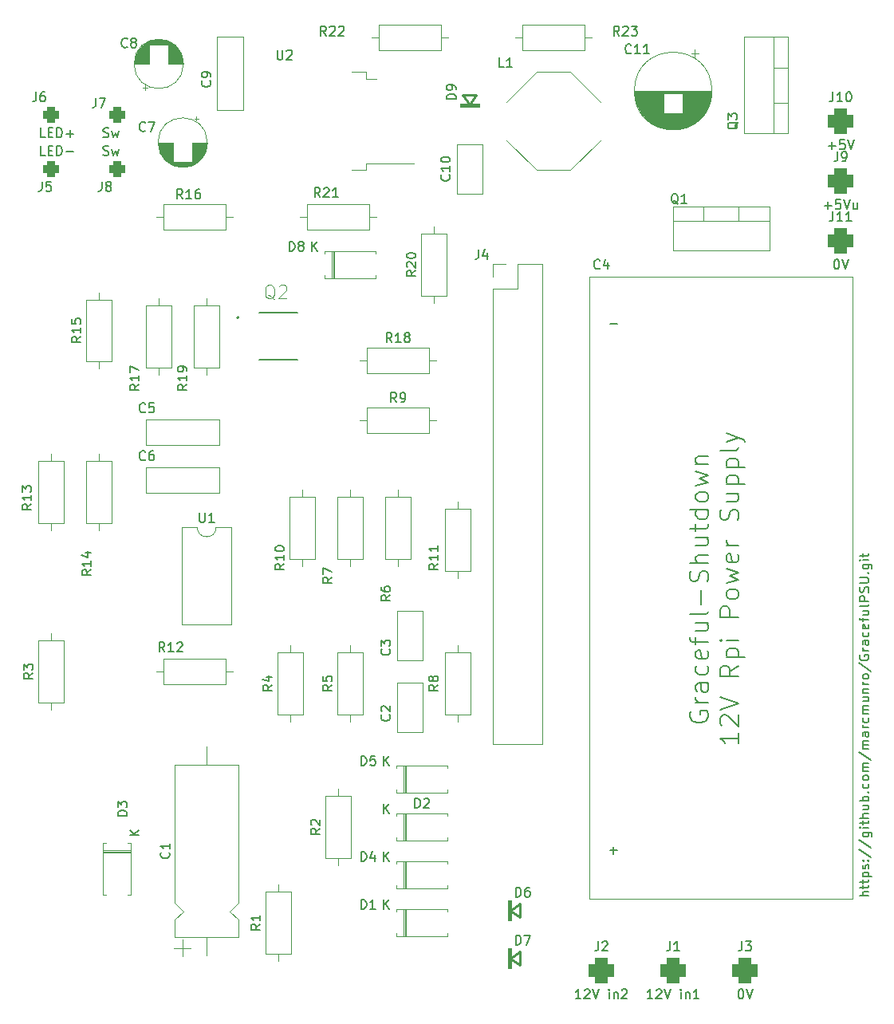
<source format=gto>
%TF.GenerationSoftware,KiCad,Pcbnew,6.0.0*%
%TF.CreationDate,2022-03-27T17:34:43-07:00*%
%TF.ProjectId,PSU,5053552e-6b69-4636-9164-5f7063625858,rev?*%
%TF.SameCoordinates,Original*%
%TF.FileFunction,Legend,Top*%
%TF.FilePolarity,Positive*%
%FSLAX46Y46*%
G04 Gerber Fmt 4.6, Leading zero omitted, Abs format (unit mm)*
G04 Created by KiCad (PCBNEW 6.0.0) date 2022-03-27 17:34:43*
%MOMM*%
%LPD*%
G01*
G04 APERTURE LIST*
G04 Aperture macros list*
%AMRoundRect*
0 Rectangle with rounded corners*
0 $1 Rounding radius*
0 $2 $3 $4 $5 $6 $7 $8 $9 X,Y pos of 4 corners*
0 Add a 4 corners polygon primitive as box body*
4,1,4,$2,$3,$4,$5,$6,$7,$8,$9,$2,$3,0*
0 Add four circle primitives for the rounded corners*
1,1,$1+$1,$2,$3*
1,1,$1+$1,$4,$5*
1,1,$1+$1,$6,$7*
1,1,$1+$1,$8,$9*
0 Add four rect primitives between the rounded corners*
20,1,$1+$1,$2,$3,$4,$5,0*
20,1,$1+$1,$4,$5,$6,$7,0*
20,1,$1+$1,$6,$7,$8,$9,0*
20,1,$1+$1,$8,$9,$2,$3,0*%
G04 Aperture macros list end*
%ADD10C,0.200000*%
%ADD11C,0.150000*%
%ADD12C,0.050000*%
%ADD13C,0.120000*%
%ADD14C,0.254000*%
%ADD15C,0.010000*%
%ADD16C,0.127000*%
%ADD17RoundRect,0.675000X-0.675000X-0.675000X0.675000X-0.675000X0.675000X0.675000X-0.675000X0.675000X0*%
%ADD18R,2.400000X2.400000*%
%ADD19O,2.400000X2.400000*%
%ADD20R,1.800000X1.800000*%
%ADD21O,1.800000X1.800000*%
%ADD22R,1.600000X1.600000*%
%ADD23C,1.600000*%
%ADD24O,1.600000X1.600000*%
%ADD25R,1.800000X1.700000*%
%ADD26R,1.905000X2.000000*%
%ADD27O,1.905000X2.000000*%
%ADD28C,6.000000*%
%ADD29C,2.000000*%
%ADD30RoundRect,0.425000X-0.425000X-0.425000X0.425000X-0.425000X0.425000X0.425000X-0.425000X0.425000X0*%
%ADD31R,1.970000X0.570000*%
%ADD32R,1.700000X1.800000*%
%ADD33R,9.400000X10.800000*%
%ADD34R,4.600000X0.800000*%
%ADD35R,1.700000X1.700000*%
%ADD36O,1.700000X1.700000*%
%ADD37R,2.000000X1.905000*%
%ADD38O,2.000000X1.905000*%
%ADD39R,1.800000X3.600000*%
%ADD40C,1.524000*%
G04 APERTURE END LIST*
D10*
X104600476Y-96289761D02*
X104743333Y-96337380D01*
X104981428Y-96337380D01*
X105076666Y-96289761D01*
X105124285Y-96242142D01*
X105171904Y-96146904D01*
X105171904Y-96051666D01*
X105124285Y-95956428D01*
X105076666Y-95908809D01*
X104981428Y-95861190D01*
X104790952Y-95813571D01*
X104695714Y-95765952D01*
X104648095Y-95718333D01*
X104600476Y-95623095D01*
X104600476Y-95527857D01*
X104648095Y-95432619D01*
X104695714Y-95385000D01*
X104790952Y-95337380D01*
X105029047Y-95337380D01*
X105171904Y-95385000D01*
X105505238Y-95670714D02*
X105695714Y-96337380D01*
X105886190Y-95861190D01*
X106076666Y-96337380D01*
X106267142Y-95670714D01*
X104600476Y-94384761D02*
X104743333Y-94432380D01*
X104981428Y-94432380D01*
X105076666Y-94384761D01*
X105124285Y-94337142D01*
X105171904Y-94241904D01*
X105171904Y-94146666D01*
X105124285Y-94051428D01*
X105076666Y-94003809D01*
X104981428Y-93956190D01*
X104790952Y-93908571D01*
X104695714Y-93860952D01*
X104648095Y-93813333D01*
X104600476Y-93718095D01*
X104600476Y-93622857D01*
X104648095Y-93527619D01*
X104695714Y-93480000D01*
X104790952Y-93432380D01*
X105029047Y-93432380D01*
X105171904Y-93480000D01*
X105505238Y-93765714D02*
X105695714Y-94432380D01*
X105886190Y-93956190D01*
X106076666Y-94432380D01*
X106267142Y-93765714D01*
X98433095Y-96337380D02*
X97956904Y-96337380D01*
X97956904Y-95337380D01*
X98766428Y-95813571D02*
X99099761Y-95813571D01*
X99242619Y-96337380D02*
X98766428Y-96337380D01*
X98766428Y-95337380D01*
X99242619Y-95337380D01*
X99671190Y-96337380D02*
X99671190Y-95337380D01*
X99909285Y-95337380D01*
X100052142Y-95385000D01*
X100147380Y-95480238D01*
X100195000Y-95575476D01*
X100242619Y-95765952D01*
X100242619Y-95908809D01*
X100195000Y-96099285D01*
X100147380Y-96194523D01*
X100052142Y-96289761D01*
X99909285Y-96337380D01*
X99671190Y-96337380D01*
X100671190Y-95956428D02*
X101433095Y-95956428D01*
X98433095Y-94432380D02*
X97956904Y-94432380D01*
X97956904Y-93432380D01*
X98766428Y-93908571D02*
X99099761Y-93908571D01*
X99242619Y-94432380D02*
X98766428Y-94432380D01*
X98766428Y-93432380D01*
X99242619Y-93432380D01*
X99671190Y-94432380D02*
X99671190Y-93432380D01*
X99909285Y-93432380D01*
X100052142Y-93480000D01*
X100147380Y-93575238D01*
X100195000Y-93670476D01*
X100242619Y-93860952D01*
X100242619Y-94003809D01*
X100195000Y-94194285D01*
X100147380Y-94289523D01*
X100052142Y-94384761D01*
X99909285Y-94432380D01*
X99671190Y-94432380D01*
X100671190Y-94051428D02*
X101433095Y-94051428D01*
X101052142Y-94432380D02*
X101052142Y-93670476D01*
X181594285Y-95321428D02*
X182356190Y-95321428D01*
X181975238Y-95702380D02*
X181975238Y-94940476D01*
X183308571Y-94702380D02*
X182832380Y-94702380D01*
X182784761Y-95178571D01*
X182832380Y-95130952D01*
X182927619Y-95083333D01*
X183165714Y-95083333D01*
X183260952Y-95130952D01*
X183308571Y-95178571D01*
X183356190Y-95273809D01*
X183356190Y-95511904D01*
X183308571Y-95607142D01*
X183260952Y-95654761D01*
X183165714Y-95702380D01*
X182927619Y-95702380D01*
X182832380Y-95654761D01*
X182784761Y-95607142D01*
X183641904Y-94702380D02*
X183975238Y-95702380D01*
X184308571Y-94702380D01*
X181141904Y-101671428D02*
X181903809Y-101671428D01*
X181522857Y-102052380D02*
X181522857Y-101290476D01*
X182856190Y-101052380D02*
X182380000Y-101052380D01*
X182332380Y-101528571D01*
X182380000Y-101480952D01*
X182475238Y-101433333D01*
X182713333Y-101433333D01*
X182808571Y-101480952D01*
X182856190Y-101528571D01*
X182903809Y-101623809D01*
X182903809Y-101861904D01*
X182856190Y-101957142D01*
X182808571Y-102004761D01*
X182713333Y-102052380D01*
X182475238Y-102052380D01*
X182380000Y-102004761D01*
X182332380Y-101957142D01*
X183189523Y-101052380D02*
X183522857Y-102052380D01*
X183856190Y-101052380D01*
X184618095Y-101385714D02*
X184618095Y-102052380D01*
X184189523Y-101385714D02*
X184189523Y-101909523D01*
X184237142Y-102004761D01*
X184332380Y-102052380D01*
X184475238Y-102052380D01*
X184570476Y-102004761D01*
X184618095Y-101957142D01*
X182403809Y-107402380D02*
X182499047Y-107402380D01*
X182594285Y-107450000D01*
X182641904Y-107497619D01*
X182689523Y-107592857D01*
X182737142Y-107783333D01*
X182737142Y-108021428D01*
X182689523Y-108211904D01*
X182641904Y-108307142D01*
X182594285Y-108354761D01*
X182499047Y-108402380D01*
X182403809Y-108402380D01*
X182308571Y-108354761D01*
X182260952Y-108307142D01*
X182213333Y-108211904D01*
X182165714Y-108021428D01*
X182165714Y-107783333D01*
X182213333Y-107592857D01*
X182260952Y-107497619D01*
X182308571Y-107450000D01*
X182403809Y-107402380D01*
X183022857Y-107402380D02*
X183356190Y-108402380D01*
X183689523Y-107402380D01*
X155313333Y-185872380D02*
X154741904Y-185872380D01*
X155027619Y-185872380D02*
X155027619Y-184872380D01*
X154932380Y-185015238D01*
X154837142Y-185110476D01*
X154741904Y-185158095D01*
X155694285Y-184967619D02*
X155741904Y-184920000D01*
X155837142Y-184872380D01*
X156075238Y-184872380D01*
X156170476Y-184920000D01*
X156218095Y-184967619D01*
X156265714Y-185062857D01*
X156265714Y-185158095D01*
X156218095Y-185300952D01*
X155646666Y-185872380D01*
X156265714Y-185872380D01*
X156551428Y-184872380D02*
X156884761Y-185872380D01*
X157218095Y-184872380D01*
X158313333Y-185872380D02*
X158313333Y-185205714D01*
X158313333Y-184872380D02*
X158265714Y-184920000D01*
X158313333Y-184967619D01*
X158360952Y-184920000D01*
X158313333Y-184872380D01*
X158313333Y-184967619D01*
X158789523Y-185205714D02*
X158789523Y-185872380D01*
X158789523Y-185300952D02*
X158837142Y-185253333D01*
X158932380Y-185205714D01*
X159075238Y-185205714D01*
X159170476Y-185253333D01*
X159218095Y-185348571D01*
X159218095Y-185872380D01*
X159646666Y-184967619D02*
X159694285Y-184920000D01*
X159789523Y-184872380D01*
X160027619Y-184872380D01*
X160122857Y-184920000D01*
X160170476Y-184967619D01*
X160218095Y-185062857D01*
X160218095Y-185158095D01*
X160170476Y-185300952D01*
X159599047Y-185872380D01*
X160218095Y-185872380D01*
X162933333Y-185872380D02*
X162361904Y-185872380D01*
X162647619Y-185872380D02*
X162647619Y-184872380D01*
X162552380Y-185015238D01*
X162457142Y-185110476D01*
X162361904Y-185158095D01*
X163314285Y-184967619D02*
X163361904Y-184920000D01*
X163457142Y-184872380D01*
X163695238Y-184872380D01*
X163790476Y-184920000D01*
X163838095Y-184967619D01*
X163885714Y-185062857D01*
X163885714Y-185158095D01*
X163838095Y-185300952D01*
X163266666Y-185872380D01*
X163885714Y-185872380D01*
X164171428Y-184872380D02*
X164504761Y-185872380D01*
X164838095Y-184872380D01*
X165933333Y-185872380D02*
X165933333Y-185205714D01*
X165933333Y-184872380D02*
X165885714Y-184920000D01*
X165933333Y-184967619D01*
X165980952Y-184920000D01*
X165933333Y-184872380D01*
X165933333Y-184967619D01*
X166409523Y-185205714D02*
X166409523Y-185872380D01*
X166409523Y-185300952D02*
X166457142Y-185253333D01*
X166552380Y-185205714D01*
X166695238Y-185205714D01*
X166790476Y-185253333D01*
X166838095Y-185348571D01*
X166838095Y-185872380D01*
X167838095Y-185872380D02*
X167266666Y-185872380D01*
X167552380Y-185872380D02*
X167552380Y-184872380D01*
X167457142Y-185015238D01*
X167361904Y-185110476D01*
X167266666Y-185158095D01*
X172243809Y-184872380D02*
X172339047Y-184872380D01*
X172434285Y-184920000D01*
X172481904Y-184967619D01*
X172529523Y-185062857D01*
X172577142Y-185253333D01*
X172577142Y-185491428D01*
X172529523Y-185681904D01*
X172481904Y-185777142D01*
X172434285Y-185824761D01*
X172339047Y-185872380D01*
X172243809Y-185872380D01*
X172148571Y-185824761D01*
X172100952Y-185777142D01*
X172053333Y-185681904D01*
X172005714Y-185491428D01*
X172005714Y-185253333D01*
X172053333Y-185062857D01*
X172100952Y-184967619D01*
X172148571Y-184920000D01*
X172243809Y-184872380D01*
X172862857Y-184872380D02*
X173196190Y-185872380D01*
X173529523Y-184872380D01*
D11*
X185872380Y-174964047D02*
X184872380Y-174964047D01*
X185872380Y-174535476D02*
X185348571Y-174535476D01*
X185253333Y-174583095D01*
X185205714Y-174678333D01*
X185205714Y-174821190D01*
X185253333Y-174916428D01*
X185300952Y-174964047D01*
X185205714Y-174202142D02*
X185205714Y-173821190D01*
X184872380Y-174059285D02*
X185729523Y-174059285D01*
X185824761Y-174011666D01*
X185872380Y-173916428D01*
X185872380Y-173821190D01*
X185205714Y-173630714D02*
X185205714Y-173249761D01*
X184872380Y-173487857D02*
X185729523Y-173487857D01*
X185824761Y-173440238D01*
X185872380Y-173345000D01*
X185872380Y-173249761D01*
X185205714Y-172916428D02*
X186205714Y-172916428D01*
X185253333Y-172916428D02*
X185205714Y-172821190D01*
X185205714Y-172630714D01*
X185253333Y-172535476D01*
X185300952Y-172487857D01*
X185396190Y-172440238D01*
X185681904Y-172440238D01*
X185777142Y-172487857D01*
X185824761Y-172535476D01*
X185872380Y-172630714D01*
X185872380Y-172821190D01*
X185824761Y-172916428D01*
X185824761Y-172059285D02*
X185872380Y-171964047D01*
X185872380Y-171773571D01*
X185824761Y-171678333D01*
X185729523Y-171630714D01*
X185681904Y-171630714D01*
X185586666Y-171678333D01*
X185539047Y-171773571D01*
X185539047Y-171916428D01*
X185491428Y-172011666D01*
X185396190Y-172059285D01*
X185348571Y-172059285D01*
X185253333Y-172011666D01*
X185205714Y-171916428D01*
X185205714Y-171773571D01*
X185253333Y-171678333D01*
X185777142Y-171202142D02*
X185824761Y-171154523D01*
X185872380Y-171202142D01*
X185824761Y-171249761D01*
X185777142Y-171202142D01*
X185872380Y-171202142D01*
X185253333Y-171202142D02*
X185300952Y-171154523D01*
X185348571Y-171202142D01*
X185300952Y-171249761D01*
X185253333Y-171202142D01*
X185348571Y-171202142D01*
X184824761Y-170011666D02*
X186110476Y-170868809D01*
X184824761Y-168964047D02*
X186110476Y-169821190D01*
X185205714Y-168202142D02*
X186015238Y-168202142D01*
X186110476Y-168249761D01*
X186158095Y-168297380D01*
X186205714Y-168392619D01*
X186205714Y-168535476D01*
X186158095Y-168630714D01*
X185824761Y-168202142D02*
X185872380Y-168297380D01*
X185872380Y-168487857D01*
X185824761Y-168583095D01*
X185777142Y-168630714D01*
X185681904Y-168678333D01*
X185396190Y-168678333D01*
X185300952Y-168630714D01*
X185253333Y-168583095D01*
X185205714Y-168487857D01*
X185205714Y-168297380D01*
X185253333Y-168202142D01*
X185872380Y-167725952D02*
X185205714Y-167725952D01*
X184872380Y-167725952D02*
X184920000Y-167773571D01*
X184967619Y-167725952D01*
X184920000Y-167678333D01*
X184872380Y-167725952D01*
X184967619Y-167725952D01*
X185205714Y-167392619D02*
X185205714Y-167011666D01*
X184872380Y-167249761D02*
X185729523Y-167249761D01*
X185824761Y-167202142D01*
X185872380Y-167106904D01*
X185872380Y-167011666D01*
X185872380Y-166678333D02*
X184872380Y-166678333D01*
X185872380Y-166249761D02*
X185348571Y-166249761D01*
X185253333Y-166297380D01*
X185205714Y-166392619D01*
X185205714Y-166535476D01*
X185253333Y-166630714D01*
X185300952Y-166678333D01*
X185205714Y-165345000D02*
X185872380Y-165345000D01*
X185205714Y-165773571D02*
X185729523Y-165773571D01*
X185824761Y-165725952D01*
X185872380Y-165630714D01*
X185872380Y-165487857D01*
X185824761Y-165392619D01*
X185777142Y-165345000D01*
X185872380Y-164868809D02*
X184872380Y-164868809D01*
X185253333Y-164868809D02*
X185205714Y-164773571D01*
X185205714Y-164583095D01*
X185253333Y-164487857D01*
X185300952Y-164440238D01*
X185396190Y-164392619D01*
X185681904Y-164392619D01*
X185777142Y-164440238D01*
X185824761Y-164487857D01*
X185872380Y-164583095D01*
X185872380Y-164773571D01*
X185824761Y-164868809D01*
X185777142Y-163964047D02*
X185824761Y-163916428D01*
X185872380Y-163964047D01*
X185824761Y-164011666D01*
X185777142Y-163964047D01*
X185872380Y-163964047D01*
X185824761Y-163059285D02*
X185872380Y-163154523D01*
X185872380Y-163345000D01*
X185824761Y-163440238D01*
X185777142Y-163487857D01*
X185681904Y-163535476D01*
X185396190Y-163535476D01*
X185300952Y-163487857D01*
X185253333Y-163440238D01*
X185205714Y-163345000D01*
X185205714Y-163154523D01*
X185253333Y-163059285D01*
X185872380Y-162487857D02*
X185824761Y-162583095D01*
X185777142Y-162630714D01*
X185681904Y-162678333D01*
X185396190Y-162678333D01*
X185300952Y-162630714D01*
X185253333Y-162583095D01*
X185205714Y-162487857D01*
X185205714Y-162345000D01*
X185253333Y-162249761D01*
X185300952Y-162202142D01*
X185396190Y-162154523D01*
X185681904Y-162154523D01*
X185777142Y-162202142D01*
X185824761Y-162249761D01*
X185872380Y-162345000D01*
X185872380Y-162487857D01*
X185872380Y-161725952D02*
X185205714Y-161725952D01*
X185300952Y-161725952D02*
X185253333Y-161678333D01*
X185205714Y-161583095D01*
X185205714Y-161440238D01*
X185253333Y-161345000D01*
X185348571Y-161297380D01*
X185872380Y-161297380D01*
X185348571Y-161297380D02*
X185253333Y-161249761D01*
X185205714Y-161154523D01*
X185205714Y-161011666D01*
X185253333Y-160916428D01*
X185348571Y-160868809D01*
X185872380Y-160868809D01*
X184824761Y-159678333D02*
X186110476Y-160535476D01*
X185872380Y-159345000D02*
X185205714Y-159345000D01*
X185300952Y-159345000D02*
X185253333Y-159297380D01*
X185205714Y-159202142D01*
X185205714Y-159059285D01*
X185253333Y-158964047D01*
X185348571Y-158916428D01*
X185872380Y-158916428D01*
X185348571Y-158916428D02*
X185253333Y-158868809D01*
X185205714Y-158773571D01*
X185205714Y-158630714D01*
X185253333Y-158535476D01*
X185348571Y-158487857D01*
X185872380Y-158487857D01*
X185872380Y-157583095D02*
X185348571Y-157583095D01*
X185253333Y-157630714D01*
X185205714Y-157725952D01*
X185205714Y-157916428D01*
X185253333Y-158011666D01*
X185824761Y-157583095D02*
X185872380Y-157678333D01*
X185872380Y-157916428D01*
X185824761Y-158011666D01*
X185729523Y-158059285D01*
X185634285Y-158059285D01*
X185539047Y-158011666D01*
X185491428Y-157916428D01*
X185491428Y-157678333D01*
X185443809Y-157583095D01*
X185872380Y-157106904D02*
X185205714Y-157106904D01*
X185396190Y-157106904D02*
X185300952Y-157059285D01*
X185253333Y-157011666D01*
X185205714Y-156916428D01*
X185205714Y-156821190D01*
X185824761Y-156059285D02*
X185872380Y-156154523D01*
X185872380Y-156345000D01*
X185824761Y-156440238D01*
X185777142Y-156487857D01*
X185681904Y-156535476D01*
X185396190Y-156535476D01*
X185300952Y-156487857D01*
X185253333Y-156440238D01*
X185205714Y-156345000D01*
X185205714Y-156154523D01*
X185253333Y-156059285D01*
X185872380Y-155630714D02*
X185205714Y-155630714D01*
X185300952Y-155630714D02*
X185253333Y-155583095D01*
X185205714Y-155487857D01*
X185205714Y-155345000D01*
X185253333Y-155249761D01*
X185348571Y-155202142D01*
X185872380Y-155202142D01*
X185348571Y-155202142D02*
X185253333Y-155154523D01*
X185205714Y-155059285D01*
X185205714Y-154916428D01*
X185253333Y-154821190D01*
X185348571Y-154773571D01*
X185872380Y-154773571D01*
X185205714Y-153868809D02*
X185872380Y-153868809D01*
X185205714Y-154297380D02*
X185729523Y-154297380D01*
X185824761Y-154249761D01*
X185872380Y-154154523D01*
X185872380Y-154011666D01*
X185824761Y-153916428D01*
X185777142Y-153868809D01*
X185205714Y-153392619D02*
X185872380Y-153392619D01*
X185300952Y-153392619D02*
X185253333Y-153345000D01*
X185205714Y-153249761D01*
X185205714Y-153106904D01*
X185253333Y-153011666D01*
X185348571Y-152964047D01*
X185872380Y-152964047D01*
X185872380Y-152487857D02*
X185205714Y-152487857D01*
X185396190Y-152487857D02*
X185300952Y-152440238D01*
X185253333Y-152392619D01*
X185205714Y-152297380D01*
X185205714Y-152202142D01*
X185872380Y-151725952D02*
X185824761Y-151821190D01*
X185777142Y-151868809D01*
X185681904Y-151916428D01*
X185396190Y-151916428D01*
X185300952Y-151868809D01*
X185253333Y-151821190D01*
X185205714Y-151725952D01*
X185205714Y-151583095D01*
X185253333Y-151487857D01*
X185300952Y-151440238D01*
X185396190Y-151392619D01*
X185681904Y-151392619D01*
X185777142Y-151440238D01*
X185824761Y-151487857D01*
X185872380Y-151583095D01*
X185872380Y-151725952D01*
X184824761Y-150249761D02*
X186110476Y-151106904D01*
X184920000Y-149392619D02*
X184872380Y-149487857D01*
X184872380Y-149630714D01*
X184920000Y-149773571D01*
X185015238Y-149868809D01*
X185110476Y-149916428D01*
X185300952Y-149964047D01*
X185443809Y-149964047D01*
X185634285Y-149916428D01*
X185729523Y-149868809D01*
X185824761Y-149773571D01*
X185872380Y-149630714D01*
X185872380Y-149535476D01*
X185824761Y-149392619D01*
X185777142Y-149345000D01*
X185443809Y-149345000D01*
X185443809Y-149535476D01*
X185872380Y-148916428D02*
X185205714Y-148916428D01*
X185396190Y-148916428D02*
X185300952Y-148868809D01*
X185253333Y-148821190D01*
X185205714Y-148725952D01*
X185205714Y-148630714D01*
X185872380Y-147868809D02*
X185348571Y-147868809D01*
X185253333Y-147916428D01*
X185205714Y-148011666D01*
X185205714Y-148202142D01*
X185253333Y-148297380D01*
X185824761Y-147868809D02*
X185872380Y-147964047D01*
X185872380Y-148202142D01*
X185824761Y-148297380D01*
X185729523Y-148345000D01*
X185634285Y-148345000D01*
X185539047Y-148297380D01*
X185491428Y-148202142D01*
X185491428Y-147964047D01*
X185443809Y-147868809D01*
X185824761Y-146964047D02*
X185872380Y-147059285D01*
X185872380Y-147249761D01*
X185824761Y-147345000D01*
X185777142Y-147392619D01*
X185681904Y-147440238D01*
X185396190Y-147440238D01*
X185300952Y-147392619D01*
X185253333Y-147345000D01*
X185205714Y-147249761D01*
X185205714Y-147059285D01*
X185253333Y-146964047D01*
X185824761Y-146154523D02*
X185872380Y-146249761D01*
X185872380Y-146440238D01*
X185824761Y-146535476D01*
X185729523Y-146583095D01*
X185348571Y-146583095D01*
X185253333Y-146535476D01*
X185205714Y-146440238D01*
X185205714Y-146249761D01*
X185253333Y-146154523D01*
X185348571Y-146106904D01*
X185443809Y-146106904D01*
X185539047Y-146583095D01*
X185205714Y-145821190D02*
X185205714Y-145440238D01*
X185872380Y-145678333D02*
X185015238Y-145678333D01*
X184920000Y-145630714D01*
X184872380Y-145535476D01*
X184872380Y-145440238D01*
X185205714Y-144678333D02*
X185872380Y-144678333D01*
X185205714Y-145106904D02*
X185729523Y-145106904D01*
X185824761Y-145059285D01*
X185872380Y-144964047D01*
X185872380Y-144821190D01*
X185824761Y-144725952D01*
X185777142Y-144678333D01*
X185872380Y-144059285D02*
X185824761Y-144154523D01*
X185729523Y-144202142D01*
X184872380Y-144202142D01*
X185872380Y-143678333D02*
X184872380Y-143678333D01*
X184872380Y-143297380D01*
X184920000Y-143202142D01*
X184967619Y-143154523D01*
X185062857Y-143106904D01*
X185205714Y-143106904D01*
X185300952Y-143154523D01*
X185348571Y-143202142D01*
X185396190Y-143297380D01*
X185396190Y-143678333D01*
X185824761Y-142725952D02*
X185872380Y-142583095D01*
X185872380Y-142345000D01*
X185824761Y-142249761D01*
X185777142Y-142202142D01*
X185681904Y-142154523D01*
X185586666Y-142154523D01*
X185491428Y-142202142D01*
X185443809Y-142249761D01*
X185396190Y-142345000D01*
X185348571Y-142535476D01*
X185300952Y-142630714D01*
X185253333Y-142678333D01*
X185158095Y-142725952D01*
X185062857Y-142725952D01*
X184967619Y-142678333D01*
X184920000Y-142630714D01*
X184872380Y-142535476D01*
X184872380Y-142297380D01*
X184920000Y-142154523D01*
X184872380Y-141725952D02*
X185681904Y-141725952D01*
X185777142Y-141678333D01*
X185824761Y-141630714D01*
X185872380Y-141535476D01*
X185872380Y-141345000D01*
X185824761Y-141249761D01*
X185777142Y-141202142D01*
X185681904Y-141154523D01*
X184872380Y-141154523D01*
X185777142Y-140678333D02*
X185824761Y-140630714D01*
X185872380Y-140678333D01*
X185824761Y-140725952D01*
X185777142Y-140678333D01*
X185872380Y-140678333D01*
X185205714Y-139773571D02*
X186015238Y-139773571D01*
X186110476Y-139821190D01*
X186158095Y-139868809D01*
X186205714Y-139964047D01*
X186205714Y-140106904D01*
X186158095Y-140202142D01*
X185824761Y-139773571D02*
X185872380Y-139868809D01*
X185872380Y-140059285D01*
X185824761Y-140154523D01*
X185777142Y-140202142D01*
X185681904Y-140249761D01*
X185396190Y-140249761D01*
X185300952Y-140202142D01*
X185253333Y-140154523D01*
X185205714Y-140059285D01*
X185205714Y-139868809D01*
X185253333Y-139773571D01*
X185872380Y-139297380D02*
X185205714Y-139297380D01*
X184872380Y-139297380D02*
X184920000Y-139345000D01*
X184967619Y-139297380D01*
X184920000Y-139249761D01*
X184872380Y-139297380D01*
X184967619Y-139297380D01*
X185205714Y-138964047D02*
X185205714Y-138583095D01*
X184872380Y-138821190D02*
X185729523Y-138821190D01*
X185824761Y-138773571D01*
X185872380Y-138678333D01*
X185872380Y-138583095D01*
X166935000Y-155414523D02*
X166839761Y-155605000D01*
X166839761Y-155890714D01*
X166935000Y-156176428D01*
X167125476Y-156366904D01*
X167315952Y-156462142D01*
X167696904Y-156557380D01*
X167982619Y-156557380D01*
X168363571Y-156462142D01*
X168554047Y-156366904D01*
X168744523Y-156176428D01*
X168839761Y-155890714D01*
X168839761Y-155700238D01*
X168744523Y-155414523D01*
X168649285Y-155319285D01*
X167982619Y-155319285D01*
X167982619Y-155700238D01*
X168839761Y-154462142D02*
X167506428Y-154462142D01*
X167887380Y-154462142D02*
X167696904Y-154366904D01*
X167601666Y-154271666D01*
X167506428Y-154081190D01*
X167506428Y-153890714D01*
X168839761Y-152366904D02*
X167792142Y-152366904D01*
X167601666Y-152462142D01*
X167506428Y-152652619D01*
X167506428Y-153033571D01*
X167601666Y-153224047D01*
X168744523Y-152366904D02*
X168839761Y-152557380D01*
X168839761Y-153033571D01*
X168744523Y-153224047D01*
X168554047Y-153319285D01*
X168363571Y-153319285D01*
X168173095Y-153224047D01*
X168077857Y-153033571D01*
X168077857Y-152557380D01*
X167982619Y-152366904D01*
X168744523Y-150557380D02*
X168839761Y-150747857D01*
X168839761Y-151128809D01*
X168744523Y-151319285D01*
X168649285Y-151414523D01*
X168458809Y-151509761D01*
X167887380Y-151509761D01*
X167696904Y-151414523D01*
X167601666Y-151319285D01*
X167506428Y-151128809D01*
X167506428Y-150747857D01*
X167601666Y-150557380D01*
X168744523Y-148938333D02*
X168839761Y-149128809D01*
X168839761Y-149509761D01*
X168744523Y-149700238D01*
X168554047Y-149795476D01*
X167792142Y-149795476D01*
X167601666Y-149700238D01*
X167506428Y-149509761D01*
X167506428Y-149128809D01*
X167601666Y-148938333D01*
X167792142Y-148843095D01*
X167982619Y-148843095D01*
X168173095Y-149795476D01*
X167506428Y-148271666D02*
X167506428Y-147509761D01*
X168839761Y-147985952D02*
X167125476Y-147985952D01*
X166935000Y-147890714D01*
X166839761Y-147700238D01*
X166839761Y-147509761D01*
X167506428Y-145985952D02*
X168839761Y-145985952D01*
X167506428Y-146843095D02*
X168554047Y-146843095D01*
X168744523Y-146747857D01*
X168839761Y-146557380D01*
X168839761Y-146271666D01*
X168744523Y-146081190D01*
X168649285Y-145985952D01*
X168839761Y-144747857D02*
X168744523Y-144938333D01*
X168554047Y-145033571D01*
X166839761Y-145033571D01*
X168077857Y-143985952D02*
X168077857Y-142462142D01*
X168744523Y-141605000D02*
X168839761Y-141319285D01*
X168839761Y-140843095D01*
X168744523Y-140652619D01*
X168649285Y-140557380D01*
X168458809Y-140462142D01*
X168268333Y-140462142D01*
X168077857Y-140557380D01*
X167982619Y-140652619D01*
X167887380Y-140843095D01*
X167792142Y-141224047D01*
X167696904Y-141414523D01*
X167601666Y-141509761D01*
X167411190Y-141605000D01*
X167220714Y-141605000D01*
X167030238Y-141509761D01*
X166935000Y-141414523D01*
X166839761Y-141224047D01*
X166839761Y-140747857D01*
X166935000Y-140462142D01*
X168839761Y-139605000D02*
X166839761Y-139605000D01*
X168839761Y-138747857D02*
X167792142Y-138747857D01*
X167601666Y-138843095D01*
X167506428Y-139033571D01*
X167506428Y-139319285D01*
X167601666Y-139509761D01*
X167696904Y-139605000D01*
X167506428Y-136938333D02*
X168839761Y-136938333D01*
X167506428Y-137795476D02*
X168554047Y-137795476D01*
X168744523Y-137700238D01*
X168839761Y-137509761D01*
X168839761Y-137224047D01*
X168744523Y-137033571D01*
X168649285Y-136938333D01*
X167506428Y-136271666D02*
X167506428Y-135509761D01*
X166839761Y-135985952D02*
X168554047Y-135985952D01*
X168744523Y-135890714D01*
X168839761Y-135700238D01*
X168839761Y-135509761D01*
X168839761Y-133985952D02*
X166839761Y-133985952D01*
X168744523Y-133985952D02*
X168839761Y-134176428D01*
X168839761Y-134557380D01*
X168744523Y-134747857D01*
X168649285Y-134843095D01*
X168458809Y-134938333D01*
X167887380Y-134938333D01*
X167696904Y-134843095D01*
X167601666Y-134747857D01*
X167506428Y-134557380D01*
X167506428Y-134176428D01*
X167601666Y-133985952D01*
X168839761Y-132747857D02*
X168744523Y-132938333D01*
X168649285Y-133033571D01*
X168458809Y-133128809D01*
X167887380Y-133128809D01*
X167696904Y-133033571D01*
X167601666Y-132938333D01*
X167506428Y-132747857D01*
X167506428Y-132462142D01*
X167601666Y-132271666D01*
X167696904Y-132176428D01*
X167887380Y-132081190D01*
X168458809Y-132081190D01*
X168649285Y-132176428D01*
X168744523Y-132271666D01*
X168839761Y-132462142D01*
X168839761Y-132747857D01*
X167506428Y-131414523D02*
X168839761Y-131033571D01*
X167887380Y-130652619D01*
X168839761Y-130271666D01*
X167506428Y-129890714D01*
X167506428Y-129128809D02*
X168839761Y-129128809D01*
X167696904Y-129128809D02*
X167601666Y-129033571D01*
X167506428Y-128843095D01*
X167506428Y-128557380D01*
X167601666Y-128366904D01*
X167792142Y-128271666D01*
X168839761Y-128271666D01*
X172059761Y-157652619D02*
X172059761Y-158795476D01*
X172059761Y-158224047D02*
X170059761Y-158224047D01*
X170345476Y-158414523D01*
X170535952Y-158605000D01*
X170631190Y-158795476D01*
X170250238Y-156890714D02*
X170155000Y-156795476D01*
X170059761Y-156605000D01*
X170059761Y-156128809D01*
X170155000Y-155938333D01*
X170250238Y-155843095D01*
X170440714Y-155747857D01*
X170631190Y-155747857D01*
X170916904Y-155843095D01*
X172059761Y-156985952D01*
X172059761Y-155747857D01*
X170059761Y-155176428D02*
X172059761Y-154509761D01*
X170059761Y-153843095D01*
X172059761Y-150509761D02*
X171107380Y-151176428D01*
X172059761Y-151652619D02*
X170059761Y-151652619D01*
X170059761Y-150890714D01*
X170155000Y-150700238D01*
X170250238Y-150605000D01*
X170440714Y-150509761D01*
X170726428Y-150509761D01*
X170916904Y-150605000D01*
X171012142Y-150700238D01*
X171107380Y-150890714D01*
X171107380Y-151652619D01*
X170726428Y-149652619D02*
X172726428Y-149652619D01*
X170821666Y-149652619D02*
X170726428Y-149462142D01*
X170726428Y-149081190D01*
X170821666Y-148890714D01*
X170916904Y-148795476D01*
X171107380Y-148700238D01*
X171678809Y-148700238D01*
X171869285Y-148795476D01*
X171964523Y-148890714D01*
X172059761Y-149081190D01*
X172059761Y-149462142D01*
X171964523Y-149652619D01*
X172059761Y-147843095D02*
X170726428Y-147843095D01*
X170059761Y-147843095D02*
X170155000Y-147938333D01*
X170250238Y-147843095D01*
X170155000Y-147747857D01*
X170059761Y-147843095D01*
X170250238Y-147843095D01*
X172059761Y-145366904D02*
X170059761Y-145366904D01*
X170059761Y-144605000D01*
X170155000Y-144414523D01*
X170250238Y-144319285D01*
X170440714Y-144224047D01*
X170726428Y-144224047D01*
X170916904Y-144319285D01*
X171012142Y-144414523D01*
X171107380Y-144605000D01*
X171107380Y-145366904D01*
X172059761Y-143081190D02*
X171964523Y-143271666D01*
X171869285Y-143366904D01*
X171678809Y-143462142D01*
X171107380Y-143462142D01*
X170916904Y-143366904D01*
X170821666Y-143271666D01*
X170726428Y-143081190D01*
X170726428Y-142795476D01*
X170821666Y-142605000D01*
X170916904Y-142509761D01*
X171107380Y-142414523D01*
X171678809Y-142414523D01*
X171869285Y-142509761D01*
X171964523Y-142605000D01*
X172059761Y-142795476D01*
X172059761Y-143081190D01*
X170726428Y-141747857D02*
X172059761Y-141366904D01*
X171107380Y-140985952D01*
X172059761Y-140605000D01*
X170726428Y-140224047D01*
X171964523Y-138700238D02*
X172059761Y-138890714D01*
X172059761Y-139271666D01*
X171964523Y-139462142D01*
X171774047Y-139557380D01*
X171012142Y-139557380D01*
X170821666Y-139462142D01*
X170726428Y-139271666D01*
X170726428Y-138890714D01*
X170821666Y-138700238D01*
X171012142Y-138605000D01*
X171202619Y-138605000D01*
X171393095Y-139557380D01*
X172059761Y-137747857D02*
X170726428Y-137747857D01*
X171107380Y-137747857D02*
X170916904Y-137652619D01*
X170821666Y-137557380D01*
X170726428Y-137366904D01*
X170726428Y-137176428D01*
X171964523Y-135081190D02*
X172059761Y-134795476D01*
X172059761Y-134319285D01*
X171964523Y-134128809D01*
X171869285Y-134033571D01*
X171678809Y-133938333D01*
X171488333Y-133938333D01*
X171297857Y-134033571D01*
X171202619Y-134128809D01*
X171107380Y-134319285D01*
X171012142Y-134700238D01*
X170916904Y-134890714D01*
X170821666Y-134985952D01*
X170631190Y-135081190D01*
X170440714Y-135081190D01*
X170250238Y-134985952D01*
X170155000Y-134890714D01*
X170059761Y-134700238D01*
X170059761Y-134224047D01*
X170155000Y-133938333D01*
X170726428Y-132224047D02*
X172059761Y-132224047D01*
X170726428Y-133081190D02*
X171774047Y-133081190D01*
X171964523Y-132985952D01*
X172059761Y-132795476D01*
X172059761Y-132509761D01*
X171964523Y-132319285D01*
X171869285Y-132224047D01*
X170726428Y-131271666D02*
X172726428Y-131271666D01*
X170821666Y-131271666D02*
X170726428Y-131081190D01*
X170726428Y-130700238D01*
X170821666Y-130509761D01*
X170916904Y-130414523D01*
X171107380Y-130319285D01*
X171678809Y-130319285D01*
X171869285Y-130414523D01*
X171964523Y-130509761D01*
X172059761Y-130700238D01*
X172059761Y-131081190D01*
X171964523Y-131271666D01*
X170726428Y-129462142D02*
X172726428Y-129462142D01*
X170821666Y-129462142D02*
X170726428Y-129271666D01*
X170726428Y-128890714D01*
X170821666Y-128700238D01*
X170916904Y-128605000D01*
X171107380Y-128509761D01*
X171678809Y-128509761D01*
X171869285Y-128605000D01*
X171964523Y-128700238D01*
X172059761Y-128890714D01*
X172059761Y-129271666D01*
X171964523Y-129462142D01*
X172059761Y-127366904D02*
X171964523Y-127557380D01*
X171774047Y-127652619D01*
X170059761Y-127652619D01*
X170726428Y-126795476D02*
X172059761Y-126319285D01*
X170726428Y-125843095D02*
X172059761Y-126319285D01*
X172535952Y-126509761D01*
X172631190Y-126605000D01*
X172726428Y-126795476D01*
X182070476Y-102322380D02*
X182070476Y-103036666D01*
X182022857Y-103179523D01*
X181927619Y-103274761D01*
X181784761Y-103322380D01*
X181689523Y-103322380D01*
X183070476Y-103322380D02*
X182499047Y-103322380D01*
X182784761Y-103322380D02*
X182784761Y-102322380D01*
X182689523Y-102465238D01*
X182594285Y-102560476D01*
X182499047Y-102608095D01*
X184022857Y-103322380D02*
X183451428Y-103322380D01*
X183737142Y-103322380D02*
X183737142Y-102322380D01*
X183641904Y-102465238D01*
X183546666Y-102560476D01*
X183451428Y-102608095D01*
X182070476Y-89622380D02*
X182070476Y-90336666D01*
X182022857Y-90479523D01*
X181927619Y-90574761D01*
X181784761Y-90622380D01*
X181689523Y-90622380D01*
X183070476Y-90622380D02*
X182499047Y-90622380D01*
X182784761Y-90622380D02*
X182784761Y-89622380D01*
X182689523Y-89765238D01*
X182594285Y-89860476D01*
X182499047Y-89908095D01*
X183689523Y-89622380D02*
X183784761Y-89622380D01*
X183880000Y-89670000D01*
X183927619Y-89717619D01*
X183975238Y-89812857D01*
X184022857Y-90003333D01*
X184022857Y-90241428D01*
X183975238Y-90431904D01*
X183927619Y-90527142D01*
X183880000Y-90574761D01*
X183784761Y-90622380D01*
X183689523Y-90622380D01*
X183594285Y-90574761D01*
X183546666Y-90527142D01*
X183499047Y-90431904D01*
X183451428Y-90241428D01*
X183451428Y-90003333D01*
X183499047Y-89812857D01*
X183546666Y-89717619D01*
X183594285Y-89670000D01*
X183689523Y-89622380D01*
X182546666Y-95972380D02*
X182546666Y-96686666D01*
X182499047Y-96829523D01*
X182403809Y-96924761D01*
X182260952Y-96972380D01*
X182165714Y-96972380D01*
X183070476Y-96972380D02*
X183260952Y-96972380D01*
X183356190Y-96924761D01*
X183403809Y-96877142D01*
X183499047Y-96734285D01*
X183546666Y-96543809D01*
X183546666Y-96162857D01*
X183499047Y-96067619D01*
X183451428Y-96020000D01*
X183356190Y-95972380D01*
X183165714Y-95972380D01*
X183070476Y-96020000D01*
X183022857Y-96067619D01*
X182975238Y-96162857D01*
X182975238Y-96400952D01*
X183022857Y-96496190D01*
X183070476Y-96543809D01*
X183165714Y-96591428D01*
X183356190Y-96591428D01*
X183451428Y-96543809D01*
X183499047Y-96496190D01*
X183546666Y-96400952D01*
X172386666Y-179792380D02*
X172386666Y-180506666D01*
X172339047Y-180649523D01*
X172243809Y-180744761D01*
X172100952Y-180792380D01*
X172005714Y-180792380D01*
X172767619Y-179792380D02*
X173386666Y-179792380D01*
X173053333Y-180173333D01*
X173196190Y-180173333D01*
X173291428Y-180220952D01*
X173339047Y-180268571D01*
X173386666Y-180363809D01*
X173386666Y-180601904D01*
X173339047Y-180697142D01*
X173291428Y-180744761D01*
X173196190Y-180792380D01*
X172910476Y-180792380D01*
X172815238Y-180744761D01*
X172767619Y-180697142D01*
X157146666Y-179792380D02*
X157146666Y-180506666D01*
X157099047Y-180649523D01*
X157003809Y-180744761D01*
X156860952Y-180792380D01*
X156765714Y-180792380D01*
X157575238Y-179887619D02*
X157622857Y-179840000D01*
X157718095Y-179792380D01*
X157956190Y-179792380D01*
X158051428Y-179840000D01*
X158099047Y-179887619D01*
X158146666Y-179982857D01*
X158146666Y-180078095D01*
X158099047Y-180220952D01*
X157527619Y-180792380D01*
X158146666Y-180792380D01*
X164766666Y-179792380D02*
X164766666Y-180506666D01*
X164719047Y-180649523D01*
X164623809Y-180744761D01*
X164480952Y-180792380D01*
X164385714Y-180792380D01*
X165766666Y-180792380D02*
X165195238Y-180792380D01*
X165480952Y-180792380D02*
X165480952Y-179792380D01*
X165385714Y-179935238D01*
X165290476Y-180030476D01*
X165195238Y-180078095D01*
X111574642Y-170346666D02*
X111622261Y-170394285D01*
X111669880Y-170537142D01*
X111669880Y-170632380D01*
X111622261Y-170775238D01*
X111527023Y-170870476D01*
X111431785Y-170918095D01*
X111241309Y-170965714D01*
X111098452Y-170965714D01*
X110907976Y-170918095D01*
X110812738Y-170870476D01*
X110717500Y-170775238D01*
X110669880Y-170632380D01*
X110669880Y-170537142D01*
X110717500Y-170394285D01*
X110765119Y-170346666D01*
X111669880Y-169394285D02*
X111669880Y-169965714D01*
X111669880Y-169680000D02*
X110669880Y-169680000D01*
X110812738Y-169775238D01*
X110907976Y-169870476D01*
X110955595Y-169965714D01*
X131976904Y-171267380D02*
X131976904Y-170267380D01*
X132215000Y-170267380D01*
X132357857Y-170315000D01*
X132453095Y-170410238D01*
X132500714Y-170505476D01*
X132548333Y-170695952D01*
X132548333Y-170838809D01*
X132500714Y-171029285D01*
X132453095Y-171124523D01*
X132357857Y-171219761D01*
X132215000Y-171267380D01*
X131976904Y-171267380D01*
X133405476Y-170600714D02*
X133405476Y-171267380D01*
X133167380Y-170219761D02*
X132929285Y-170934047D01*
X133548333Y-170934047D01*
X134358095Y-171272380D02*
X134358095Y-170272380D01*
X134929523Y-171272380D02*
X134500952Y-170700952D01*
X134929523Y-170272380D02*
X134358095Y-170843809D01*
X160647142Y-85447142D02*
X160599523Y-85494761D01*
X160456666Y-85542380D01*
X160361428Y-85542380D01*
X160218571Y-85494761D01*
X160123333Y-85399523D01*
X160075714Y-85304285D01*
X160028095Y-85113809D01*
X160028095Y-84970952D01*
X160075714Y-84780476D01*
X160123333Y-84685238D01*
X160218571Y-84590000D01*
X160361428Y-84542380D01*
X160456666Y-84542380D01*
X160599523Y-84590000D01*
X160647142Y-84637619D01*
X161599523Y-85542380D02*
X161028095Y-85542380D01*
X161313809Y-85542380D02*
X161313809Y-84542380D01*
X161218571Y-84685238D01*
X161123333Y-84780476D01*
X161028095Y-84828095D01*
X162551904Y-85542380D02*
X161980476Y-85542380D01*
X162266190Y-85542380D02*
X162266190Y-84542380D01*
X162170952Y-84685238D01*
X162075714Y-84780476D01*
X161980476Y-84828095D01*
X123812380Y-139707857D02*
X123336190Y-140041190D01*
X123812380Y-140279285D02*
X122812380Y-140279285D01*
X122812380Y-139898333D01*
X122860000Y-139803095D01*
X122907619Y-139755476D01*
X123002857Y-139707857D01*
X123145714Y-139707857D01*
X123240952Y-139755476D01*
X123288571Y-139803095D01*
X123336190Y-139898333D01*
X123336190Y-140279285D01*
X123812380Y-138755476D02*
X123812380Y-139326904D01*
X123812380Y-139041190D02*
X122812380Y-139041190D01*
X122955238Y-139136428D01*
X123050476Y-139231666D01*
X123098095Y-139326904D01*
X122812380Y-138136428D02*
X122812380Y-138041190D01*
X122860000Y-137945952D01*
X122907619Y-137898333D01*
X123002857Y-137850714D01*
X123193333Y-137803095D01*
X123431428Y-137803095D01*
X123621904Y-137850714D01*
X123717142Y-137898333D01*
X123764761Y-137945952D01*
X123812380Y-138041190D01*
X123812380Y-138136428D01*
X123764761Y-138231666D01*
X123717142Y-138279285D01*
X123621904Y-138326904D01*
X123431428Y-138374523D01*
X123193333Y-138374523D01*
X123002857Y-138326904D01*
X122907619Y-138279285D01*
X122860000Y-138231666D01*
X122812380Y-138136428D01*
X127622380Y-167806666D02*
X127146190Y-168140000D01*
X127622380Y-168378095D02*
X126622380Y-168378095D01*
X126622380Y-167997142D01*
X126670000Y-167901904D01*
X126717619Y-167854285D01*
X126812857Y-167806666D01*
X126955714Y-167806666D01*
X127050952Y-167854285D01*
X127098571Y-167901904D01*
X127146190Y-167997142D01*
X127146190Y-168378095D01*
X126717619Y-167425714D02*
X126670000Y-167378095D01*
X126622380Y-167282857D01*
X126622380Y-167044761D01*
X126670000Y-166949523D01*
X126717619Y-166901904D01*
X126812857Y-166854285D01*
X126908095Y-166854285D01*
X127050952Y-166901904D01*
X127622380Y-167473333D01*
X127622380Y-166854285D01*
X121272380Y-177966666D02*
X120796190Y-178300000D01*
X121272380Y-178538095D02*
X120272380Y-178538095D01*
X120272380Y-178157142D01*
X120320000Y-178061904D01*
X120367619Y-178014285D01*
X120462857Y-177966666D01*
X120605714Y-177966666D01*
X120700952Y-178014285D01*
X120748571Y-178061904D01*
X120796190Y-178157142D01*
X120796190Y-178538095D01*
X121272380Y-177014285D02*
X121272380Y-177585714D01*
X121272380Y-177300000D02*
X120272380Y-177300000D01*
X120415238Y-177395238D01*
X120510476Y-177490476D01*
X120558095Y-177585714D01*
X148386904Y-175061380D02*
X148386904Y-174061380D01*
X148625000Y-174061380D01*
X148767857Y-174109000D01*
X148863095Y-174204238D01*
X148910714Y-174299476D01*
X148958333Y-174489952D01*
X148958333Y-174632809D01*
X148910714Y-174823285D01*
X148863095Y-174918523D01*
X148767857Y-175013761D01*
X148625000Y-175061380D01*
X148386904Y-175061380D01*
X149815476Y-174061380D02*
X149625000Y-174061380D01*
X149529761Y-174109000D01*
X149482142Y-174156619D01*
X149386904Y-174299476D01*
X149339285Y-174489952D01*
X149339285Y-174870904D01*
X149386904Y-174966142D01*
X149434523Y-175013761D01*
X149529761Y-175061380D01*
X149720238Y-175061380D01*
X149815476Y-175013761D01*
X149863095Y-174966142D01*
X149910714Y-174870904D01*
X149910714Y-174632809D01*
X149863095Y-174537571D01*
X149815476Y-174489952D01*
X149720238Y-174442333D01*
X149529761Y-174442333D01*
X149434523Y-174489952D01*
X149386904Y-174537571D01*
X149339285Y-174632809D01*
X165639761Y-101512619D02*
X165544523Y-101465000D01*
X165449285Y-101369761D01*
X165306428Y-101226904D01*
X165211190Y-101179285D01*
X165115952Y-101179285D01*
X165163571Y-101417380D02*
X165068333Y-101369761D01*
X164973095Y-101274523D01*
X164925476Y-101084047D01*
X164925476Y-100750714D01*
X164973095Y-100560238D01*
X165068333Y-100465000D01*
X165163571Y-100417380D01*
X165354047Y-100417380D01*
X165449285Y-100465000D01*
X165544523Y-100560238D01*
X165592142Y-100750714D01*
X165592142Y-101084047D01*
X165544523Y-101274523D01*
X165449285Y-101369761D01*
X165354047Y-101417380D01*
X165163571Y-101417380D01*
X166544523Y-101417380D02*
X165973095Y-101417380D01*
X166258809Y-101417380D02*
X166258809Y-100417380D01*
X166163571Y-100560238D01*
X166068333Y-100655476D01*
X165973095Y-100703095D01*
X134977142Y-148756666D02*
X135024761Y-148804285D01*
X135072380Y-148947142D01*
X135072380Y-149042380D01*
X135024761Y-149185238D01*
X134929523Y-149280476D01*
X134834285Y-149328095D01*
X134643809Y-149375714D01*
X134500952Y-149375714D01*
X134310476Y-149328095D01*
X134215238Y-149280476D01*
X134120000Y-149185238D01*
X134072380Y-149042380D01*
X134072380Y-148947142D01*
X134120000Y-148804285D01*
X134167619Y-148756666D01*
X134072380Y-148423333D02*
X134072380Y-147804285D01*
X134453333Y-148137619D01*
X134453333Y-147994761D01*
X134500952Y-147899523D01*
X134548571Y-147851904D01*
X134643809Y-147804285D01*
X134881904Y-147804285D01*
X134977142Y-147851904D01*
X135024761Y-147899523D01*
X135072380Y-147994761D01*
X135072380Y-148280476D01*
X135024761Y-148375714D01*
X134977142Y-148423333D01*
X134977142Y-155741666D02*
X135024761Y-155789285D01*
X135072380Y-155932142D01*
X135072380Y-156027380D01*
X135024761Y-156170238D01*
X134929523Y-156265476D01*
X134834285Y-156313095D01*
X134643809Y-156360714D01*
X134500952Y-156360714D01*
X134310476Y-156313095D01*
X134215238Y-156265476D01*
X134120000Y-156170238D01*
X134072380Y-156027380D01*
X134072380Y-155932142D01*
X134120000Y-155789285D01*
X134167619Y-155741666D01*
X134167619Y-155360714D02*
X134120000Y-155313095D01*
X134072380Y-155217857D01*
X134072380Y-154979761D01*
X134120000Y-154884523D01*
X134167619Y-154836904D01*
X134262857Y-154789285D01*
X134358095Y-154789285D01*
X134500952Y-154836904D01*
X135072380Y-155408333D01*
X135072380Y-154789285D01*
X135723333Y-122542380D02*
X135390000Y-122066190D01*
X135151904Y-122542380D02*
X135151904Y-121542380D01*
X135532857Y-121542380D01*
X135628095Y-121590000D01*
X135675714Y-121637619D01*
X135723333Y-121732857D01*
X135723333Y-121875714D01*
X135675714Y-121970952D01*
X135628095Y-122018571D01*
X135532857Y-122066190D01*
X135151904Y-122066190D01*
X136199523Y-122542380D02*
X136390000Y-122542380D01*
X136485238Y-122494761D01*
X136532857Y-122447142D01*
X136628095Y-122304285D01*
X136675714Y-122113809D01*
X136675714Y-121732857D01*
X136628095Y-121637619D01*
X136580476Y-121590000D01*
X136485238Y-121542380D01*
X136294761Y-121542380D01*
X136199523Y-121590000D01*
X136151904Y-121637619D01*
X136104285Y-121732857D01*
X136104285Y-121970952D01*
X136151904Y-122066190D01*
X136199523Y-122113809D01*
X136294761Y-122161428D01*
X136485238Y-122161428D01*
X136580476Y-122113809D01*
X136628095Y-122066190D01*
X136675714Y-121970952D01*
X108402380Y-120657857D02*
X107926190Y-120991190D01*
X108402380Y-121229285D02*
X107402380Y-121229285D01*
X107402380Y-120848333D01*
X107450000Y-120753095D01*
X107497619Y-120705476D01*
X107592857Y-120657857D01*
X107735714Y-120657857D01*
X107830952Y-120705476D01*
X107878571Y-120753095D01*
X107926190Y-120848333D01*
X107926190Y-121229285D01*
X108402380Y-119705476D02*
X108402380Y-120276904D01*
X108402380Y-119991190D02*
X107402380Y-119991190D01*
X107545238Y-120086428D01*
X107640476Y-120181666D01*
X107688095Y-120276904D01*
X107402380Y-119372142D02*
X107402380Y-118705476D01*
X108402380Y-119134047D01*
X159377142Y-83637380D02*
X159043809Y-83161190D01*
X158805714Y-83637380D02*
X158805714Y-82637380D01*
X159186666Y-82637380D01*
X159281904Y-82685000D01*
X159329523Y-82732619D01*
X159377142Y-82827857D01*
X159377142Y-82970714D01*
X159329523Y-83065952D01*
X159281904Y-83113571D01*
X159186666Y-83161190D01*
X158805714Y-83161190D01*
X159758095Y-82732619D02*
X159805714Y-82685000D01*
X159900952Y-82637380D01*
X160139047Y-82637380D01*
X160234285Y-82685000D01*
X160281904Y-82732619D01*
X160329523Y-82827857D01*
X160329523Y-82923095D01*
X160281904Y-83065952D01*
X159710476Y-83637380D01*
X160329523Y-83637380D01*
X160662857Y-82637380D02*
X161281904Y-82637380D01*
X160948571Y-83018333D01*
X161091428Y-83018333D01*
X161186666Y-83065952D01*
X161234285Y-83113571D01*
X161281904Y-83208809D01*
X161281904Y-83446904D01*
X161234285Y-83542142D01*
X161186666Y-83589761D01*
X161091428Y-83637380D01*
X160805714Y-83637380D01*
X160710476Y-83589761D01*
X160662857Y-83542142D01*
X107148333Y-84812142D02*
X107100714Y-84859761D01*
X106957857Y-84907380D01*
X106862619Y-84907380D01*
X106719761Y-84859761D01*
X106624523Y-84764523D01*
X106576904Y-84669285D01*
X106529285Y-84478809D01*
X106529285Y-84335952D01*
X106576904Y-84145476D01*
X106624523Y-84050238D01*
X106719761Y-83955000D01*
X106862619Y-83907380D01*
X106957857Y-83907380D01*
X107100714Y-83955000D01*
X107148333Y-84002619D01*
X107719761Y-84335952D02*
X107624523Y-84288333D01*
X107576904Y-84240714D01*
X107529285Y-84145476D01*
X107529285Y-84097857D01*
X107576904Y-84002619D01*
X107624523Y-83955000D01*
X107719761Y-83907380D01*
X107910238Y-83907380D01*
X108005476Y-83955000D01*
X108053095Y-84002619D01*
X108100714Y-84097857D01*
X108100714Y-84145476D01*
X108053095Y-84240714D01*
X108005476Y-84288333D01*
X107910238Y-84335952D01*
X107719761Y-84335952D01*
X107624523Y-84383571D01*
X107576904Y-84431190D01*
X107529285Y-84526428D01*
X107529285Y-84716904D01*
X107576904Y-84812142D01*
X107624523Y-84859761D01*
X107719761Y-84907380D01*
X107910238Y-84907380D01*
X108005476Y-84859761D01*
X108053095Y-84812142D01*
X108100714Y-84716904D01*
X108100714Y-84526428D01*
X108053095Y-84431190D01*
X108005476Y-84383571D01*
X107910238Y-84335952D01*
X109053333Y-128627142D02*
X109005714Y-128674761D01*
X108862857Y-128722380D01*
X108767619Y-128722380D01*
X108624761Y-128674761D01*
X108529523Y-128579523D01*
X108481904Y-128484285D01*
X108434285Y-128293809D01*
X108434285Y-128150952D01*
X108481904Y-127960476D01*
X108529523Y-127865238D01*
X108624761Y-127770000D01*
X108767619Y-127722380D01*
X108862857Y-127722380D01*
X109005714Y-127770000D01*
X109053333Y-127817619D01*
X109910476Y-127722380D02*
X109720000Y-127722380D01*
X109624761Y-127770000D01*
X109577142Y-127817619D01*
X109481904Y-127960476D01*
X109434285Y-128150952D01*
X109434285Y-128531904D01*
X109481904Y-128627142D01*
X109529523Y-128674761D01*
X109624761Y-128722380D01*
X109815238Y-128722380D01*
X109910476Y-128674761D01*
X109958095Y-128627142D01*
X110005714Y-128531904D01*
X110005714Y-128293809D01*
X109958095Y-128198571D01*
X109910476Y-128150952D01*
X109815238Y-128103333D01*
X109624761Y-128103333D01*
X109529523Y-128150952D01*
X109481904Y-128198571D01*
X109434285Y-128293809D01*
X140152380Y-152566666D02*
X139676190Y-152900000D01*
X140152380Y-153138095D02*
X139152380Y-153138095D01*
X139152380Y-152757142D01*
X139200000Y-152661904D01*
X139247619Y-152614285D01*
X139342857Y-152566666D01*
X139485714Y-152566666D01*
X139580952Y-152614285D01*
X139628571Y-152661904D01*
X139676190Y-152757142D01*
X139676190Y-153138095D01*
X139580952Y-151995238D02*
X139533333Y-152090476D01*
X139485714Y-152138095D01*
X139390476Y-152185714D01*
X139342857Y-152185714D01*
X139247619Y-152138095D01*
X139200000Y-152090476D01*
X139152380Y-151995238D01*
X139152380Y-151804761D01*
X139200000Y-151709523D01*
X139247619Y-151661904D01*
X139342857Y-151614285D01*
X139390476Y-151614285D01*
X139485714Y-151661904D01*
X139533333Y-151709523D01*
X139580952Y-151804761D01*
X139580952Y-151995238D01*
X139628571Y-152090476D01*
X139676190Y-152138095D01*
X139771428Y-152185714D01*
X139961904Y-152185714D01*
X140057142Y-152138095D01*
X140104761Y-152090476D01*
X140152380Y-151995238D01*
X140152380Y-151804761D01*
X140104761Y-151709523D01*
X140057142Y-151661904D01*
X139961904Y-151614285D01*
X139771428Y-151614285D01*
X139676190Y-151661904D01*
X139628571Y-151709523D01*
X139580952Y-151804761D01*
X115927142Y-88431666D02*
X115974761Y-88479285D01*
X116022380Y-88622142D01*
X116022380Y-88717380D01*
X115974761Y-88860238D01*
X115879523Y-88955476D01*
X115784285Y-89003095D01*
X115593809Y-89050714D01*
X115450952Y-89050714D01*
X115260476Y-89003095D01*
X115165238Y-88955476D01*
X115070000Y-88860238D01*
X115022380Y-88717380D01*
X115022380Y-88622142D01*
X115070000Y-88479285D01*
X115117619Y-88431666D01*
X116022380Y-87955476D02*
X116022380Y-87765000D01*
X115974761Y-87669761D01*
X115927142Y-87622142D01*
X115784285Y-87526904D01*
X115593809Y-87479285D01*
X115212857Y-87479285D01*
X115117619Y-87526904D01*
X115070000Y-87574523D01*
X115022380Y-87669761D01*
X115022380Y-87860238D01*
X115070000Y-87955476D01*
X115117619Y-88003095D01*
X115212857Y-88050714D01*
X115450952Y-88050714D01*
X115546190Y-88003095D01*
X115593809Y-87955476D01*
X115641428Y-87860238D01*
X115641428Y-87669761D01*
X115593809Y-87574523D01*
X115546190Y-87526904D01*
X115450952Y-87479285D01*
X113482380Y-120657857D02*
X113006190Y-120991190D01*
X113482380Y-121229285D02*
X112482380Y-121229285D01*
X112482380Y-120848333D01*
X112530000Y-120753095D01*
X112577619Y-120705476D01*
X112672857Y-120657857D01*
X112815714Y-120657857D01*
X112910952Y-120705476D01*
X112958571Y-120753095D01*
X113006190Y-120848333D01*
X113006190Y-121229285D01*
X113482380Y-119705476D02*
X113482380Y-120276904D01*
X113482380Y-119991190D02*
X112482380Y-119991190D01*
X112625238Y-120086428D01*
X112720476Y-120181666D01*
X112768095Y-120276904D01*
X113482380Y-119229285D02*
X113482380Y-119038809D01*
X113434761Y-118943571D01*
X113387142Y-118895952D01*
X113244285Y-118800714D01*
X113053809Y-118753095D01*
X112672857Y-118753095D01*
X112577619Y-118800714D01*
X112530000Y-118848333D01*
X112482380Y-118943571D01*
X112482380Y-119134047D01*
X112530000Y-119229285D01*
X112577619Y-119276904D01*
X112672857Y-119324523D01*
X112910952Y-119324523D01*
X113006190Y-119276904D01*
X113053809Y-119229285D01*
X113101428Y-119134047D01*
X113101428Y-118943571D01*
X113053809Y-118848333D01*
X113006190Y-118800714D01*
X112910952Y-118753095D01*
X135247142Y-116192380D02*
X134913809Y-115716190D01*
X134675714Y-116192380D02*
X134675714Y-115192380D01*
X135056666Y-115192380D01*
X135151904Y-115240000D01*
X135199523Y-115287619D01*
X135247142Y-115382857D01*
X135247142Y-115525714D01*
X135199523Y-115620952D01*
X135151904Y-115668571D01*
X135056666Y-115716190D01*
X134675714Y-115716190D01*
X136199523Y-116192380D02*
X135628095Y-116192380D01*
X135913809Y-116192380D02*
X135913809Y-115192380D01*
X135818571Y-115335238D01*
X135723333Y-115430476D01*
X135628095Y-115478095D01*
X136770952Y-115620952D02*
X136675714Y-115573333D01*
X136628095Y-115525714D01*
X136580476Y-115430476D01*
X136580476Y-115382857D01*
X136628095Y-115287619D01*
X136675714Y-115240000D01*
X136770952Y-115192380D01*
X136961428Y-115192380D01*
X137056666Y-115240000D01*
X137104285Y-115287619D01*
X137151904Y-115382857D01*
X137151904Y-115430476D01*
X137104285Y-115525714D01*
X137056666Y-115573333D01*
X136961428Y-115620952D01*
X136770952Y-115620952D01*
X136675714Y-115668571D01*
X136628095Y-115716190D01*
X136580476Y-115811428D01*
X136580476Y-116001904D01*
X136628095Y-116097142D01*
X136675714Y-116144761D01*
X136770952Y-116192380D01*
X136961428Y-116192380D01*
X137056666Y-116144761D01*
X137104285Y-116097142D01*
X137151904Y-116001904D01*
X137151904Y-115811428D01*
X137104285Y-115716190D01*
X137056666Y-115668571D01*
X136961428Y-115620952D01*
X103806666Y-90257380D02*
X103806666Y-90971666D01*
X103759047Y-91114523D01*
X103663809Y-91209761D01*
X103520952Y-91257380D01*
X103425714Y-91257380D01*
X104187619Y-90257380D02*
X104854285Y-90257380D01*
X104425714Y-91257380D01*
X141327142Y-98412857D02*
X141374761Y-98460476D01*
X141422380Y-98603333D01*
X141422380Y-98698571D01*
X141374761Y-98841428D01*
X141279523Y-98936666D01*
X141184285Y-98984285D01*
X140993809Y-99031904D01*
X140850952Y-99031904D01*
X140660476Y-98984285D01*
X140565238Y-98936666D01*
X140470000Y-98841428D01*
X140422380Y-98698571D01*
X140422380Y-98603333D01*
X140470000Y-98460476D01*
X140517619Y-98412857D01*
X141422380Y-97460476D02*
X141422380Y-98031904D01*
X141422380Y-97746190D02*
X140422380Y-97746190D01*
X140565238Y-97841428D01*
X140660476Y-97936666D01*
X140708095Y-98031904D01*
X140422380Y-96841428D02*
X140422380Y-96746190D01*
X140470000Y-96650952D01*
X140517619Y-96603333D01*
X140612857Y-96555714D01*
X140803333Y-96508095D01*
X141041428Y-96508095D01*
X141231904Y-96555714D01*
X141327142Y-96603333D01*
X141374761Y-96650952D01*
X141422380Y-96746190D01*
X141422380Y-96841428D01*
X141374761Y-96936666D01*
X141327142Y-96984285D01*
X141231904Y-97031904D01*
X141041428Y-97079523D01*
X140803333Y-97079523D01*
X140612857Y-97031904D01*
X140517619Y-96984285D01*
X140470000Y-96936666D01*
X140422380Y-96841428D01*
D12*
X122802666Y-111637666D02*
X122669333Y-111571000D01*
X122536000Y-111437666D01*
X122336000Y-111237666D01*
X122202666Y-111171000D01*
X122069333Y-111171000D01*
X122136000Y-111504333D02*
X122002666Y-111437666D01*
X121869333Y-111304333D01*
X121802666Y-111037666D01*
X121802666Y-110571000D01*
X121869333Y-110304333D01*
X122002666Y-110171000D01*
X122136000Y-110104333D01*
X122402666Y-110104333D01*
X122536000Y-110171000D01*
X122669333Y-110304333D01*
X122736000Y-110571000D01*
X122736000Y-111037666D01*
X122669333Y-111304333D01*
X122536000Y-111437666D01*
X122402666Y-111504333D01*
X122136000Y-111504333D01*
X123269333Y-110237666D02*
X123336000Y-110171000D01*
X123469333Y-110104333D01*
X123802666Y-110104333D01*
X123936000Y-110171000D01*
X124002666Y-110237666D01*
X124069333Y-110371000D01*
X124069333Y-110504333D01*
X124002666Y-110704333D01*
X123202666Y-111504333D01*
X124069333Y-111504333D01*
D11*
X96972380Y-133357857D02*
X96496190Y-133691190D01*
X96972380Y-133929285D02*
X95972380Y-133929285D01*
X95972380Y-133548333D01*
X96020000Y-133453095D01*
X96067619Y-133405476D01*
X96162857Y-133357857D01*
X96305714Y-133357857D01*
X96400952Y-133405476D01*
X96448571Y-133453095D01*
X96496190Y-133548333D01*
X96496190Y-133929285D01*
X96972380Y-132405476D02*
X96972380Y-132976904D01*
X96972380Y-132691190D02*
X95972380Y-132691190D01*
X96115238Y-132786428D01*
X96210476Y-132881666D01*
X96258095Y-132976904D01*
X95972380Y-132072142D02*
X95972380Y-131453095D01*
X96353333Y-131786428D01*
X96353333Y-131643571D01*
X96400952Y-131548333D01*
X96448571Y-131500714D01*
X96543809Y-131453095D01*
X96781904Y-131453095D01*
X96877142Y-131500714D01*
X96924761Y-131548333D01*
X96972380Y-131643571D01*
X96972380Y-131929285D01*
X96924761Y-132024523D01*
X96877142Y-132072142D01*
X102222380Y-115577857D02*
X101746190Y-115911190D01*
X102222380Y-116149285D02*
X101222380Y-116149285D01*
X101222380Y-115768333D01*
X101270000Y-115673095D01*
X101317619Y-115625476D01*
X101412857Y-115577857D01*
X101555714Y-115577857D01*
X101650952Y-115625476D01*
X101698571Y-115673095D01*
X101746190Y-115768333D01*
X101746190Y-116149285D01*
X102222380Y-114625476D02*
X102222380Y-115196904D01*
X102222380Y-114911190D02*
X101222380Y-114911190D01*
X101365238Y-115006428D01*
X101460476Y-115101666D01*
X101508095Y-115196904D01*
X101222380Y-113720714D02*
X101222380Y-114196904D01*
X101698571Y-114244523D01*
X101650952Y-114196904D01*
X101603333Y-114101666D01*
X101603333Y-113863571D01*
X101650952Y-113768333D01*
X101698571Y-113720714D01*
X101793809Y-113673095D01*
X102031904Y-113673095D01*
X102127142Y-113720714D01*
X102174761Y-113768333D01*
X102222380Y-113863571D01*
X102222380Y-114101666D01*
X102174761Y-114196904D01*
X102127142Y-114244523D01*
X142041380Y-90373095D02*
X141041380Y-90373095D01*
X141041380Y-90135000D01*
X141089000Y-89992142D01*
X141184238Y-89896904D01*
X141279476Y-89849285D01*
X141469952Y-89801666D01*
X141612809Y-89801666D01*
X141803285Y-89849285D01*
X141898523Y-89896904D01*
X141993761Y-89992142D01*
X142041380Y-90135000D01*
X142041380Y-90373095D01*
X142041380Y-89325476D02*
X142041380Y-89135000D01*
X141993761Y-89039761D01*
X141946142Y-88992142D01*
X141803285Y-88896904D01*
X141612809Y-88849285D01*
X141231857Y-88849285D01*
X141136619Y-88896904D01*
X141089000Y-88944523D01*
X141041380Y-89039761D01*
X141041380Y-89230238D01*
X141089000Y-89325476D01*
X141136619Y-89373095D01*
X141231857Y-89420714D01*
X141469952Y-89420714D01*
X141565190Y-89373095D01*
X141612809Y-89325476D01*
X141660428Y-89230238D01*
X141660428Y-89039761D01*
X141612809Y-88944523D01*
X141565190Y-88896904D01*
X141469952Y-88849285D01*
X131976904Y-176347380D02*
X131976904Y-175347380D01*
X132215000Y-175347380D01*
X132357857Y-175395000D01*
X132453095Y-175490238D01*
X132500714Y-175585476D01*
X132548333Y-175775952D01*
X132548333Y-175918809D01*
X132500714Y-176109285D01*
X132453095Y-176204523D01*
X132357857Y-176299761D01*
X132215000Y-176347380D01*
X131976904Y-176347380D01*
X133500714Y-176347380D02*
X132929285Y-176347380D01*
X133215000Y-176347380D02*
X133215000Y-175347380D01*
X133119761Y-175490238D01*
X133024523Y-175585476D01*
X132929285Y-175633095D01*
X134358095Y-176352380D02*
X134358095Y-175352380D01*
X134929523Y-176352380D02*
X134500952Y-175780952D01*
X134929523Y-175352380D02*
X134358095Y-175923809D01*
X123063095Y-85177380D02*
X123063095Y-85986904D01*
X123110714Y-86082142D01*
X123158333Y-86129761D01*
X123253571Y-86177380D01*
X123444047Y-86177380D01*
X123539285Y-86129761D01*
X123586904Y-86082142D01*
X123634523Y-85986904D01*
X123634523Y-85177380D01*
X124063095Y-85272619D02*
X124110714Y-85225000D01*
X124205952Y-85177380D01*
X124444047Y-85177380D01*
X124539285Y-85225000D01*
X124586904Y-85272619D01*
X124634523Y-85367857D01*
X124634523Y-85463095D01*
X124586904Y-85605952D01*
X124015476Y-86177380D01*
X124634523Y-86177380D01*
X107132380Y-166473095D02*
X106132380Y-166473095D01*
X106132380Y-166235000D01*
X106180000Y-166092142D01*
X106275238Y-165996904D01*
X106370476Y-165949285D01*
X106560952Y-165901666D01*
X106703809Y-165901666D01*
X106894285Y-165949285D01*
X106989523Y-165996904D01*
X107084761Y-166092142D01*
X107132380Y-166235000D01*
X107132380Y-166473095D01*
X106132380Y-165568333D02*
X106132380Y-164949285D01*
X106513333Y-165282619D01*
X106513333Y-165139761D01*
X106560952Y-165044523D01*
X106608571Y-164996904D01*
X106703809Y-164949285D01*
X106941904Y-164949285D01*
X107037142Y-164996904D01*
X107084761Y-165044523D01*
X107132380Y-165139761D01*
X107132380Y-165425476D01*
X107084761Y-165520714D01*
X107037142Y-165568333D01*
X108397380Y-168536904D02*
X107397380Y-168536904D01*
X108397380Y-167965476D02*
X107825952Y-168394047D01*
X107397380Y-167965476D02*
X107968809Y-168536904D01*
X148386904Y-180141380D02*
X148386904Y-179141380D01*
X148625000Y-179141380D01*
X148767857Y-179189000D01*
X148863095Y-179284238D01*
X148910714Y-179379476D01*
X148958333Y-179569952D01*
X148958333Y-179712809D01*
X148910714Y-179903285D01*
X148863095Y-179998523D01*
X148767857Y-180093761D01*
X148625000Y-180141380D01*
X148386904Y-180141380D01*
X149291666Y-179141380D02*
X149958333Y-179141380D01*
X149529761Y-180141380D01*
X128892380Y-141136666D02*
X128416190Y-141470000D01*
X128892380Y-141708095D02*
X127892380Y-141708095D01*
X127892380Y-141327142D01*
X127940000Y-141231904D01*
X127987619Y-141184285D01*
X128082857Y-141136666D01*
X128225714Y-141136666D01*
X128320952Y-141184285D01*
X128368571Y-141231904D01*
X128416190Y-141327142D01*
X128416190Y-141708095D01*
X127892380Y-140803333D02*
X127892380Y-140136666D01*
X128892380Y-140565238D01*
X127627142Y-100782380D02*
X127293809Y-100306190D01*
X127055714Y-100782380D02*
X127055714Y-99782380D01*
X127436666Y-99782380D01*
X127531904Y-99830000D01*
X127579523Y-99877619D01*
X127627142Y-99972857D01*
X127627142Y-100115714D01*
X127579523Y-100210952D01*
X127531904Y-100258571D01*
X127436666Y-100306190D01*
X127055714Y-100306190D01*
X128008095Y-99877619D02*
X128055714Y-99830000D01*
X128150952Y-99782380D01*
X128389047Y-99782380D01*
X128484285Y-99830000D01*
X128531904Y-99877619D01*
X128579523Y-99972857D01*
X128579523Y-100068095D01*
X128531904Y-100210952D01*
X127960476Y-100782380D01*
X128579523Y-100782380D01*
X129531904Y-100782380D02*
X128960476Y-100782380D01*
X129246190Y-100782380D02*
X129246190Y-99782380D01*
X129150952Y-99925238D01*
X129055714Y-100020476D01*
X128960476Y-100068095D01*
X140152380Y-139707857D02*
X139676190Y-140041190D01*
X140152380Y-140279285D02*
X139152380Y-140279285D01*
X139152380Y-139898333D01*
X139200000Y-139803095D01*
X139247619Y-139755476D01*
X139342857Y-139707857D01*
X139485714Y-139707857D01*
X139580952Y-139755476D01*
X139628571Y-139803095D01*
X139676190Y-139898333D01*
X139676190Y-140279285D01*
X140152380Y-138755476D02*
X140152380Y-139326904D01*
X140152380Y-139041190D02*
X139152380Y-139041190D01*
X139295238Y-139136428D01*
X139390476Y-139231666D01*
X139438095Y-139326904D01*
X140152380Y-137803095D02*
X140152380Y-138374523D01*
X140152380Y-138088809D02*
X139152380Y-138088809D01*
X139295238Y-138184047D01*
X139390476Y-138279285D01*
X139438095Y-138374523D01*
X131976904Y-161107380D02*
X131976904Y-160107380D01*
X132215000Y-160107380D01*
X132357857Y-160155000D01*
X132453095Y-160250238D01*
X132500714Y-160345476D01*
X132548333Y-160535952D01*
X132548333Y-160678809D01*
X132500714Y-160869285D01*
X132453095Y-160964523D01*
X132357857Y-161059761D01*
X132215000Y-161107380D01*
X131976904Y-161107380D01*
X133453095Y-160107380D02*
X132976904Y-160107380D01*
X132929285Y-160583571D01*
X132976904Y-160535952D01*
X133072142Y-160488333D01*
X133310238Y-160488333D01*
X133405476Y-160535952D01*
X133453095Y-160583571D01*
X133500714Y-160678809D01*
X133500714Y-160916904D01*
X133453095Y-161012142D01*
X133405476Y-161059761D01*
X133310238Y-161107380D01*
X133072142Y-161107380D01*
X132976904Y-161059761D01*
X132929285Y-161012142D01*
X134358095Y-161112380D02*
X134358095Y-160112380D01*
X134929523Y-161112380D02*
X134500952Y-160540952D01*
X134929523Y-160112380D02*
X134358095Y-160683809D01*
X113022142Y-100952380D02*
X112688809Y-100476190D01*
X112450714Y-100952380D02*
X112450714Y-99952380D01*
X112831666Y-99952380D01*
X112926904Y-100000000D01*
X112974523Y-100047619D01*
X113022142Y-100142857D01*
X113022142Y-100285714D01*
X112974523Y-100380952D01*
X112926904Y-100428571D01*
X112831666Y-100476190D01*
X112450714Y-100476190D01*
X113974523Y-100952380D02*
X113403095Y-100952380D01*
X113688809Y-100952380D02*
X113688809Y-99952380D01*
X113593571Y-100095238D01*
X113498333Y-100190476D01*
X113403095Y-100238095D01*
X114831666Y-99952380D02*
X114641190Y-99952380D01*
X114545952Y-100000000D01*
X114498333Y-100047619D01*
X114403095Y-100190476D01*
X114355476Y-100380952D01*
X114355476Y-100761904D01*
X114403095Y-100857142D01*
X114450714Y-100904761D01*
X114545952Y-100952380D01*
X114736428Y-100952380D01*
X114831666Y-100904761D01*
X114879285Y-100857142D01*
X114926904Y-100761904D01*
X114926904Y-100523809D01*
X114879285Y-100428571D01*
X114831666Y-100380952D01*
X114736428Y-100333333D01*
X114545952Y-100333333D01*
X114450714Y-100380952D01*
X114403095Y-100428571D01*
X114355476Y-100523809D01*
X109053333Y-93702142D02*
X109005714Y-93749761D01*
X108862857Y-93797380D01*
X108767619Y-93797380D01*
X108624761Y-93749761D01*
X108529523Y-93654523D01*
X108481904Y-93559285D01*
X108434285Y-93368809D01*
X108434285Y-93225952D01*
X108481904Y-93035476D01*
X108529523Y-92940238D01*
X108624761Y-92845000D01*
X108767619Y-92797380D01*
X108862857Y-92797380D01*
X109005714Y-92845000D01*
X109053333Y-92892619D01*
X109386666Y-92797380D02*
X110053333Y-92797380D01*
X109624761Y-93797380D01*
X97456666Y-89622380D02*
X97456666Y-90336666D01*
X97409047Y-90479523D01*
X97313809Y-90574761D01*
X97170952Y-90622380D01*
X97075714Y-90622380D01*
X98361428Y-89622380D02*
X98170952Y-89622380D01*
X98075714Y-89670000D01*
X98028095Y-89717619D01*
X97932857Y-89860476D01*
X97885238Y-90050952D01*
X97885238Y-90431904D01*
X97932857Y-90527142D01*
X97980476Y-90574761D01*
X98075714Y-90622380D01*
X98266190Y-90622380D01*
X98361428Y-90574761D01*
X98409047Y-90527142D01*
X98456666Y-90431904D01*
X98456666Y-90193809D01*
X98409047Y-90098571D01*
X98361428Y-90050952D01*
X98266190Y-90003333D01*
X98075714Y-90003333D01*
X97980476Y-90050952D01*
X97932857Y-90098571D01*
X97885238Y-90193809D01*
X111117142Y-149042380D02*
X110783809Y-148566190D01*
X110545714Y-149042380D02*
X110545714Y-148042380D01*
X110926666Y-148042380D01*
X111021904Y-148090000D01*
X111069523Y-148137619D01*
X111117142Y-148232857D01*
X111117142Y-148375714D01*
X111069523Y-148470952D01*
X111021904Y-148518571D01*
X110926666Y-148566190D01*
X110545714Y-148566190D01*
X112069523Y-149042380D02*
X111498095Y-149042380D01*
X111783809Y-149042380D02*
X111783809Y-148042380D01*
X111688571Y-148185238D01*
X111593333Y-148280476D01*
X111498095Y-148328095D01*
X112450476Y-148137619D02*
X112498095Y-148090000D01*
X112593333Y-148042380D01*
X112831428Y-148042380D01*
X112926666Y-148090000D01*
X112974285Y-148137619D01*
X113021904Y-148232857D01*
X113021904Y-148328095D01*
X112974285Y-148470952D01*
X112402857Y-149042380D01*
X113021904Y-149042380D01*
X122542380Y-152566666D02*
X122066190Y-152900000D01*
X122542380Y-153138095D02*
X121542380Y-153138095D01*
X121542380Y-152757142D01*
X121590000Y-152661904D01*
X121637619Y-152614285D01*
X121732857Y-152566666D01*
X121875714Y-152566666D01*
X121970952Y-152614285D01*
X122018571Y-152661904D01*
X122066190Y-152757142D01*
X122066190Y-153138095D01*
X121875714Y-151709523D02*
X122542380Y-151709523D01*
X121494761Y-151947619D02*
X122209047Y-152185714D01*
X122209047Y-151566666D01*
X144446666Y-106347380D02*
X144446666Y-107061666D01*
X144399047Y-107204523D01*
X144303809Y-107299761D01*
X144160952Y-107347380D01*
X144065714Y-107347380D01*
X145351428Y-106680714D02*
X145351428Y-107347380D01*
X145113333Y-106299761D02*
X144875238Y-107014047D01*
X145494285Y-107014047D01*
X128262142Y-83637380D02*
X127928809Y-83161190D01*
X127690714Y-83637380D02*
X127690714Y-82637380D01*
X128071666Y-82637380D01*
X128166904Y-82685000D01*
X128214523Y-82732619D01*
X128262142Y-82827857D01*
X128262142Y-82970714D01*
X128214523Y-83065952D01*
X128166904Y-83113571D01*
X128071666Y-83161190D01*
X127690714Y-83161190D01*
X128643095Y-82732619D02*
X128690714Y-82685000D01*
X128785952Y-82637380D01*
X129024047Y-82637380D01*
X129119285Y-82685000D01*
X129166904Y-82732619D01*
X129214523Y-82827857D01*
X129214523Y-82923095D01*
X129166904Y-83065952D01*
X128595476Y-83637380D01*
X129214523Y-83637380D01*
X129595476Y-82732619D02*
X129643095Y-82685000D01*
X129738333Y-82637380D01*
X129976428Y-82637380D01*
X130071666Y-82685000D01*
X130119285Y-82732619D01*
X130166904Y-82827857D01*
X130166904Y-82923095D01*
X130119285Y-83065952D01*
X129547857Y-83637380D01*
X130166904Y-83637380D01*
X128892380Y-152566666D02*
X128416190Y-152900000D01*
X128892380Y-153138095D02*
X127892380Y-153138095D01*
X127892380Y-152757142D01*
X127940000Y-152661904D01*
X127987619Y-152614285D01*
X128082857Y-152566666D01*
X128225714Y-152566666D01*
X128320952Y-152614285D01*
X128368571Y-152661904D01*
X128416190Y-152757142D01*
X128416190Y-153138095D01*
X127892380Y-151661904D02*
X127892380Y-152138095D01*
X128368571Y-152185714D01*
X128320952Y-152138095D01*
X128273333Y-152042857D01*
X128273333Y-151804761D01*
X128320952Y-151709523D01*
X128368571Y-151661904D01*
X128463809Y-151614285D01*
X128701904Y-151614285D01*
X128797142Y-151661904D01*
X128844761Y-151709523D01*
X128892380Y-151804761D01*
X128892380Y-152042857D01*
X128844761Y-152138095D01*
X128797142Y-152185714D01*
X135072380Y-143041666D02*
X134596190Y-143375000D01*
X135072380Y-143613095D02*
X134072380Y-143613095D01*
X134072380Y-143232142D01*
X134120000Y-143136904D01*
X134167619Y-143089285D01*
X134262857Y-143041666D01*
X134405714Y-143041666D01*
X134500952Y-143089285D01*
X134548571Y-143136904D01*
X134596190Y-143232142D01*
X134596190Y-143613095D01*
X134072380Y-142184523D02*
X134072380Y-142375000D01*
X134120000Y-142470238D01*
X134167619Y-142517857D01*
X134310476Y-142613095D01*
X134500952Y-142660714D01*
X134881904Y-142660714D01*
X134977142Y-142613095D01*
X135024761Y-142565476D01*
X135072380Y-142470238D01*
X135072380Y-142279761D01*
X135024761Y-142184523D01*
X134977142Y-142136904D01*
X134881904Y-142089285D01*
X134643809Y-142089285D01*
X134548571Y-142136904D01*
X134500952Y-142184523D01*
X134453333Y-142279761D01*
X134453333Y-142470238D01*
X134500952Y-142565476D01*
X134548571Y-142613095D01*
X134643809Y-142660714D01*
X103322380Y-140342857D02*
X102846190Y-140676190D01*
X103322380Y-140914285D02*
X102322380Y-140914285D01*
X102322380Y-140533333D01*
X102370000Y-140438095D01*
X102417619Y-140390476D01*
X102512857Y-140342857D01*
X102655714Y-140342857D01*
X102750952Y-140390476D01*
X102798571Y-140438095D01*
X102846190Y-140533333D01*
X102846190Y-140914285D01*
X103322380Y-139390476D02*
X103322380Y-139961904D01*
X103322380Y-139676190D02*
X102322380Y-139676190D01*
X102465238Y-139771428D01*
X102560476Y-139866666D01*
X102608095Y-139961904D01*
X102655714Y-138533333D02*
X103322380Y-138533333D01*
X102274761Y-138771428D02*
X102989047Y-139009523D01*
X102989047Y-138390476D01*
X97142380Y-151296666D02*
X96666190Y-151630000D01*
X97142380Y-151868095D02*
X96142380Y-151868095D01*
X96142380Y-151487142D01*
X96190000Y-151391904D01*
X96237619Y-151344285D01*
X96332857Y-151296666D01*
X96475714Y-151296666D01*
X96570952Y-151344285D01*
X96618571Y-151391904D01*
X96666190Y-151487142D01*
X96666190Y-151868095D01*
X96142380Y-150963333D02*
X96142380Y-150344285D01*
X96523333Y-150677619D01*
X96523333Y-150534761D01*
X96570952Y-150439523D01*
X96618571Y-150391904D01*
X96713809Y-150344285D01*
X96951904Y-150344285D01*
X97047142Y-150391904D01*
X97094761Y-150439523D01*
X97142380Y-150534761D01*
X97142380Y-150820476D01*
X97094761Y-150915714D01*
X97047142Y-150963333D01*
X171997619Y-92805238D02*
X171950000Y-92900476D01*
X171854761Y-92995714D01*
X171711904Y-93138571D01*
X171664285Y-93233809D01*
X171664285Y-93329047D01*
X171902380Y-93281428D02*
X171854761Y-93376666D01*
X171759523Y-93471904D01*
X171569047Y-93519523D01*
X171235714Y-93519523D01*
X171045238Y-93471904D01*
X170950000Y-93376666D01*
X170902380Y-93281428D01*
X170902380Y-93090952D01*
X170950000Y-92995714D01*
X171045238Y-92900476D01*
X171235714Y-92852857D01*
X171569047Y-92852857D01*
X171759523Y-92900476D01*
X171854761Y-92995714D01*
X171902380Y-93090952D01*
X171902380Y-93281428D01*
X170902380Y-92519523D02*
X170902380Y-91900476D01*
X171283333Y-92233809D01*
X171283333Y-92090952D01*
X171330952Y-91995714D01*
X171378571Y-91948095D01*
X171473809Y-91900476D01*
X171711904Y-91900476D01*
X171807142Y-91948095D01*
X171854761Y-91995714D01*
X171902380Y-92090952D01*
X171902380Y-92376666D01*
X171854761Y-92471904D01*
X171807142Y-92519523D01*
X104441666Y-99147380D02*
X104441666Y-99861666D01*
X104394047Y-100004523D01*
X104298809Y-100099761D01*
X104155952Y-100147380D01*
X104060714Y-100147380D01*
X105060714Y-99575952D02*
X104965476Y-99528333D01*
X104917857Y-99480714D01*
X104870238Y-99385476D01*
X104870238Y-99337857D01*
X104917857Y-99242619D01*
X104965476Y-99195000D01*
X105060714Y-99147380D01*
X105251190Y-99147380D01*
X105346428Y-99195000D01*
X105394047Y-99242619D01*
X105441666Y-99337857D01*
X105441666Y-99385476D01*
X105394047Y-99480714D01*
X105346428Y-99528333D01*
X105251190Y-99575952D01*
X105060714Y-99575952D01*
X104965476Y-99623571D01*
X104917857Y-99671190D01*
X104870238Y-99766428D01*
X104870238Y-99956904D01*
X104917857Y-100052142D01*
X104965476Y-100099761D01*
X105060714Y-100147380D01*
X105251190Y-100147380D01*
X105346428Y-100099761D01*
X105394047Y-100052142D01*
X105441666Y-99956904D01*
X105441666Y-99766428D01*
X105394047Y-99671190D01*
X105346428Y-99623571D01*
X105251190Y-99575952D01*
X137691904Y-165622380D02*
X137691904Y-164622380D01*
X137930000Y-164622380D01*
X138072857Y-164670000D01*
X138168095Y-164765238D01*
X138215714Y-164860476D01*
X138263333Y-165050952D01*
X138263333Y-165193809D01*
X138215714Y-165384285D01*
X138168095Y-165479523D01*
X138072857Y-165574761D01*
X137930000Y-165622380D01*
X137691904Y-165622380D01*
X138644285Y-164717619D02*
X138691904Y-164670000D01*
X138787142Y-164622380D01*
X139025238Y-164622380D01*
X139120476Y-164670000D01*
X139168095Y-164717619D01*
X139215714Y-164812857D01*
X139215714Y-164908095D01*
X139168095Y-165050952D01*
X138596666Y-165622380D01*
X139215714Y-165622380D01*
X134358095Y-166192380D02*
X134358095Y-165192380D01*
X134929523Y-166192380D02*
X134500952Y-165620952D01*
X134929523Y-165192380D02*
X134358095Y-165763809D01*
X147153333Y-86962380D02*
X146677142Y-86962380D01*
X146677142Y-85962380D01*
X148010476Y-86962380D02*
X147439047Y-86962380D01*
X147724761Y-86962380D02*
X147724761Y-85962380D01*
X147629523Y-86105238D01*
X147534285Y-86200476D01*
X147439047Y-86248095D01*
X109053333Y-123547142D02*
X109005714Y-123594761D01*
X108862857Y-123642380D01*
X108767619Y-123642380D01*
X108624761Y-123594761D01*
X108529523Y-123499523D01*
X108481904Y-123404285D01*
X108434285Y-123213809D01*
X108434285Y-123070952D01*
X108481904Y-122880476D01*
X108529523Y-122785238D01*
X108624761Y-122690000D01*
X108767619Y-122642380D01*
X108862857Y-122642380D01*
X109005714Y-122690000D01*
X109053333Y-122737619D01*
X109958095Y-122642380D02*
X109481904Y-122642380D01*
X109434285Y-123118571D01*
X109481904Y-123070952D01*
X109577142Y-123023333D01*
X109815238Y-123023333D01*
X109910476Y-123070952D01*
X109958095Y-123118571D01*
X110005714Y-123213809D01*
X110005714Y-123451904D01*
X109958095Y-123547142D01*
X109910476Y-123594761D01*
X109815238Y-123642380D01*
X109577142Y-123642380D01*
X109481904Y-123594761D01*
X109434285Y-123547142D01*
X157313333Y-108307142D02*
X157265714Y-108354761D01*
X157122857Y-108402380D01*
X157027619Y-108402380D01*
X156884761Y-108354761D01*
X156789523Y-108259523D01*
X156741904Y-108164285D01*
X156694285Y-107973809D01*
X156694285Y-107830952D01*
X156741904Y-107640476D01*
X156789523Y-107545238D01*
X156884761Y-107450000D01*
X157027619Y-107402380D01*
X157122857Y-107402380D01*
X157265714Y-107450000D01*
X157313333Y-107497619D01*
X158170476Y-107735714D02*
X158170476Y-108402380D01*
X157932380Y-107354761D02*
X157694285Y-108069047D01*
X158313333Y-108069047D01*
X159130952Y-114228571D02*
X158369047Y-114228571D01*
X159130952Y-170108571D02*
X158369047Y-170108571D01*
X158750000Y-169727619D02*
X158750000Y-170489523D01*
X114818095Y-134292380D02*
X114818095Y-135101904D01*
X114865714Y-135197142D01*
X114913333Y-135244761D01*
X115008571Y-135292380D01*
X115199047Y-135292380D01*
X115294285Y-135244761D01*
X115341904Y-135197142D01*
X115389523Y-135101904D01*
X115389523Y-134292380D01*
X116389523Y-135292380D02*
X115818095Y-135292380D01*
X116103809Y-135292380D02*
X116103809Y-134292380D01*
X116008571Y-134435238D01*
X115913333Y-134530476D01*
X115818095Y-134578095D01*
X137782380Y-108592857D02*
X137306190Y-108926190D01*
X137782380Y-109164285D02*
X136782380Y-109164285D01*
X136782380Y-108783333D01*
X136830000Y-108688095D01*
X136877619Y-108640476D01*
X136972857Y-108592857D01*
X137115714Y-108592857D01*
X137210952Y-108640476D01*
X137258571Y-108688095D01*
X137306190Y-108783333D01*
X137306190Y-109164285D01*
X136877619Y-108211904D02*
X136830000Y-108164285D01*
X136782380Y-108069047D01*
X136782380Y-107830952D01*
X136830000Y-107735714D01*
X136877619Y-107688095D01*
X136972857Y-107640476D01*
X137068095Y-107640476D01*
X137210952Y-107688095D01*
X137782380Y-108259523D01*
X137782380Y-107640476D01*
X136782380Y-107021428D02*
X136782380Y-106926190D01*
X136830000Y-106830952D01*
X136877619Y-106783333D01*
X136972857Y-106735714D01*
X137163333Y-106688095D01*
X137401428Y-106688095D01*
X137591904Y-106735714D01*
X137687142Y-106783333D01*
X137734761Y-106830952D01*
X137782380Y-106926190D01*
X137782380Y-107021428D01*
X137734761Y-107116666D01*
X137687142Y-107164285D01*
X137591904Y-107211904D01*
X137401428Y-107259523D01*
X137163333Y-107259523D01*
X136972857Y-107211904D01*
X136877619Y-107164285D01*
X136830000Y-107116666D01*
X136782380Y-107021428D01*
X124356904Y-106497380D02*
X124356904Y-105497380D01*
X124595000Y-105497380D01*
X124737857Y-105545000D01*
X124833095Y-105640238D01*
X124880714Y-105735476D01*
X124928333Y-105925952D01*
X124928333Y-106068809D01*
X124880714Y-106259285D01*
X124833095Y-106354523D01*
X124737857Y-106449761D01*
X124595000Y-106497380D01*
X124356904Y-106497380D01*
X125499761Y-105925952D02*
X125404523Y-105878333D01*
X125356904Y-105830714D01*
X125309285Y-105735476D01*
X125309285Y-105687857D01*
X125356904Y-105592619D01*
X125404523Y-105545000D01*
X125499761Y-105497380D01*
X125690238Y-105497380D01*
X125785476Y-105545000D01*
X125833095Y-105592619D01*
X125880714Y-105687857D01*
X125880714Y-105735476D01*
X125833095Y-105830714D01*
X125785476Y-105878333D01*
X125690238Y-105925952D01*
X125499761Y-105925952D01*
X125404523Y-105973571D01*
X125356904Y-106021190D01*
X125309285Y-106116428D01*
X125309285Y-106306904D01*
X125356904Y-106402142D01*
X125404523Y-106449761D01*
X125499761Y-106497380D01*
X125690238Y-106497380D01*
X125785476Y-106449761D01*
X125833095Y-106402142D01*
X125880714Y-106306904D01*
X125880714Y-106116428D01*
X125833095Y-106021190D01*
X125785476Y-105973571D01*
X125690238Y-105925952D01*
X126738095Y-106502380D02*
X126738095Y-105502380D01*
X127309523Y-106502380D02*
X126880952Y-105930952D01*
X127309523Y-105502380D02*
X126738095Y-106073809D01*
X98091666Y-99147380D02*
X98091666Y-99861666D01*
X98044047Y-100004523D01*
X97948809Y-100099761D01*
X97805952Y-100147380D01*
X97710714Y-100147380D01*
X99044047Y-99147380D02*
X98567857Y-99147380D01*
X98520238Y-99623571D01*
X98567857Y-99575952D01*
X98663095Y-99528333D01*
X98901190Y-99528333D01*
X98996428Y-99575952D01*
X99044047Y-99623571D01*
X99091666Y-99718809D01*
X99091666Y-99956904D01*
X99044047Y-100052142D01*
X98996428Y-100099761D01*
X98901190Y-100147380D01*
X98663095Y-100147380D01*
X98567857Y-100099761D01*
X98520238Y-100052142D01*
D13*
X115587500Y-181240000D02*
X115587500Y-179300000D01*
X113117500Y-176600000D02*
X112217500Y-175700000D01*
X118957500Y-175700000D02*
X118957500Y-161060000D01*
X112217500Y-177500000D02*
X113117500Y-176600000D01*
X112987500Y-181400000D02*
X112987500Y-179600000D01*
X112217500Y-179300000D02*
X118957500Y-179300000D01*
X112217500Y-161060000D02*
X118957500Y-161060000D01*
X115587500Y-159120000D02*
X115587500Y-161060000D01*
X118057500Y-176600000D02*
X118957500Y-175700000D01*
X112217500Y-175700000D02*
X112217500Y-161060000D01*
X118957500Y-179300000D02*
X118957500Y-177500000D01*
X118957500Y-177500000D02*
X118057500Y-176600000D01*
X112087500Y-180500000D02*
X113887500Y-180500000D01*
X112217500Y-179300000D02*
X112217500Y-177500000D01*
X136610000Y-171250000D02*
X136610000Y-174190000D01*
X141150000Y-171250000D02*
X141150000Y-171580000D01*
X141150000Y-174190000D02*
X141150000Y-173860000D01*
X135710000Y-173860000D02*
X135710000Y-174190000D01*
X135710000Y-171580000D02*
X135710000Y-171250000D01*
X135710000Y-171250000D02*
X141150000Y-171250000D01*
X136730000Y-171250000D02*
X136730000Y-174190000D01*
X136490000Y-171250000D02*
X136490000Y-174190000D01*
X135710000Y-174190000D02*
X141150000Y-174190000D01*
X164060000Y-91236000D02*
X161396000Y-91236000D01*
X168569000Y-91676000D02*
X166140000Y-91676000D01*
X167554000Y-92796000D02*
X162646000Y-92796000D01*
X167967000Y-92436000D02*
X162233000Y-92436000D01*
X164060000Y-89955000D02*
X161043000Y-89955000D01*
X164060000Y-91436000D02*
X161494000Y-91436000D01*
X167202000Y-93036000D02*
X162998000Y-93036000D01*
X164060000Y-90596000D02*
X161164000Y-90596000D01*
X164060000Y-89835000D02*
X161032000Y-89835000D01*
X164060000Y-91676000D02*
X161631000Y-91676000D01*
X164060000Y-91476000D02*
X161516000Y-91476000D01*
X169036000Y-90596000D02*
X166140000Y-90596000D01*
X166048000Y-93516000D02*
X164152000Y-93516000D01*
X169085000Y-90396000D02*
X166140000Y-90396000D01*
X164060000Y-91396000D02*
X161473000Y-91396000D01*
X168921000Y-90956000D02*
X166140000Y-90956000D01*
X169057000Y-90516000D02*
X166140000Y-90516000D01*
X164060000Y-90476000D02*
X161133000Y-90476000D01*
X164060000Y-91556000D02*
X161560000Y-91556000D01*
X169179000Y-89635000D02*
X161021000Y-89635000D01*
X164060000Y-91316000D02*
X161434000Y-91316000D01*
X164060000Y-90876000D02*
X161250000Y-90876000D01*
X164060000Y-91796000D02*
X161708000Y-91796000D01*
X167387000Y-92916000D02*
X162813000Y-92916000D01*
X168857000Y-91116000D02*
X166140000Y-91116000D01*
X168350000Y-91996000D02*
X161850000Y-91996000D01*
X168977000Y-90796000D02*
X166140000Y-90796000D01*
X169117000Y-90236000D02*
X166140000Y-90236000D01*
X164060000Y-90756000D02*
X161211000Y-90756000D01*
X168804000Y-91236000D02*
X166140000Y-91236000D01*
X164060000Y-89875000D02*
X161035000Y-89875000D01*
X164060000Y-89755000D02*
X161026000Y-89755000D01*
X167751000Y-92636000D02*
X162449000Y-92636000D01*
X169002000Y-90716000D02*
X166140000Y-90716000D01*
X166198000Y-93476000D02*
X164002000Y-93476000D01*
X169148000Y-90035000D02*
X166140000Y-90035000D01*
X168438000Y-91876000D02*
X161762000Y-91876000D01*
X169180000Y-89515000D02*
X161020000Y-89515000D01*
X168007000Y-92396000D02*
X162193000Y-92396000D01*
X168224000Y-92156000D02*
X161976000Y-92156000D01*
X167884000Y-92516000D02*
X162316000Y-92516000D01*
X164060000Y-91596000D02*
X161583000Y-91596000D01*
X164060000Y-90676000D02*
X161186000Y-90676000D01*
X164060000Y-90556000D02*
X161153000Y-90556000D01*
X167605000Y-92756000D02*
X162595000Y-92756000D01*
X164060000Y-91756000D02*
X161682000Y-91756000D01*
X168786000Y-91276000D02*
X166140000Y-91276000D01*
X169152000Y-89995000D02*
X166140000Y-89995000D01*
X169168000Y-89835000D02*
X166140000Y-89835000D01*
X168935000Y-90916000D02*
X166140000Y-90916000D01*
X164060000Y-90716000D02*
X161198000Y-90716000D01*
X168593000Y-91636000D02*
X166140000Y-91636000D01*
X164060000Y-91636000D02*
X161607000Y-91636000D01*
X168822000Y-91196000D02*
X166140000Y-91196000D01*
X168190000Y-92196000D02*
X162010000Y-92196000D01*
X167704000Y-92676000D02*
X162496000Y-92676000D01*
X164060000Y-91036000D02*
X161310000Y-91036000D01*
X168905000Y-90996000D02*
X166140000Y-90996000D01*
X166831000Y-93236000D02*
X163369000Y-93236000D01*
X168289000Y-92076000D02*
X161911000Y-92076000D01*
X168963000Y-90836000D02*
X166140000Y-90836000D01*
X164060000Y-91516000D02*
X161538000Y-91516000D01*
X164060000Y-90916000D02*
X161265000Y-90916000D01*
X169076000Y-90436000D02*
X166140000Y-90436000D01*
X168684000Y-91476000D02*
X166140000Y-91476000D01*
X167656000Y-92716000D02*
X162544000Y-92716000D01*
X166652000Y-93316000D02*
X163548000Y-93316000D01*
X167064000Y-93116000D02*
X163136000Y-93116000D01*
X164060000Y-91196000D02*
X161378000Y-91196000D01*
X169025000Y-90636000D02*
X166140000Y-90636000D01*
X169161000Y-89915000D02*
X166140000Y-89915000D01*
X168380000Y-91956000D02*
X161820000Y-91956000D01*
X169110000Y-90276000D02*
X166140000Y-90276000D01*
X164060000Y-91276000D02*
X161414000Y-91276000D01*
X168256000Y-92116000D02*
X161944000Y-92116000D01*
X168766000Y-91316000D02*
X166140000Y-91316000D01*
X168640000Y-91556000D02*
X166140000Y-91556000D01*
X167500000Y-92836000D02*
X162700000Y-92836000D01*
X167797000Y-92596000D02*
X162403000Y-92596000D01*
X168083000Y-92316000D02*
X162117000Y-92316000D01*
X167815000Y-85505302D02*
X167015000Y-85505302D01*
X168950000Y-90876000D02*
X166140000Y-90876000D01*
X167328000Y-92956000D02*
X162872000Y-92956000D01*
X168492000Y-91796000D02*
X166140000Y-91796000D01*
X168840000Y-91156000D02*
X166140000Y-91156000D01*
X164060000Y-90155000D02*
X161070000Y-90155000D01*
X169094000Y-90356000D02*
X166140000Y-90356000D01*
X164060000Y-90276000D02*
X161090000Y-90276000D01*
X166990000Y-93156000D02*
X163210000Y-93156000D01*
X167415000Y-85105302D02*
X167415000Y-85905302D01*
X164060000Y-91116000D02*
X161343000Y-91116000D01*
X168890000Y-91036000D02*
X166140000Y-91036000D01*
X167445000Y-92876000D02*
X162755000Y-92876000D01*
X169157000Y-89955000D02*
X166140000Y-89955000D01*
X168119000Y-92276000D02*
X162081000Y-92276000D01*
X168747000Y-91356000D02*
X166140000Y-91356000D01*
X165633000Y-93596000D02*
X164567000Y-93596000D01*
X164060000Y-91076000D02*
X161326000Y-91076000D01*
X164060000Y-90316000D02*
X161098000Y-90316000D01*
X168045000Y-92356000D02*
X162155000Y-92356000D01*
X169142000Y-90075000D02*
X166140000Y-90075000D01*
X164060000Y-90035000D02*
X161052000Y-90035000D01*
X164060000Y-91716000D02*
X161656000Y-91716000D01*
X165868000Y-93556000D02*
X164332000Y-93556000D01*
X164060000Y-90516000D02*
X161143000Y-90516000D01*
X166329000Y-93436000D02*
X163871000Y-93436000D01*
X169171000Y-89795000D02*
X166140000Y-89795000D01*
X169137000Y-90115000D02*
X166140000Y-90115000D01*
X169067000Y-90476000D02*
X166140000Y-90476000D01*
X164060000Y-91156000D02*
X161360000Y-91156000D01*
X168617000Y-91596000D02*
X166140000Y-91596000D01*
X166446000Y-93396000D02*
X163754000Y-93396000D01*
X168544000Y-91716000D02*
X166140000Y-91716000D01*
X169124000Y-90195000D02*
X166140000Y-90195000D01*
X164060000Y-90075000D02*
X161058000Y-90075000D01*
X168662000Y-91516000D02*
X166140000Y-91516000D01*
X164060000Y-90956000D02*
X161279000Y-90956000D01*
X164060000Y-90636000D02*
X161175000Y-90636000D01*
X166745000Y-93276000D02*
X163455000Y-93276000D01*
X164060000Y-91356000D02*
X161453000Y-91356000D01*
X168706000Y-91436000D02*
X166140000Y-91436000D01*
X168518000Y-91756000D02*
X166140000Y-91756000D01*
X166553000Y-93356000D02*
X163647000Y-93356000D01*
X164060000Y-89995000D02*
X161048000Y-89995000D01*
X169180000Y-89555000D02*
X161020000Y-89555000D01*
X169177000Y-89675000D02*
X161023000Y-89675000D01*
X164060000Y-90996000D02*
X161295000Y-90996000D01*
X169180000Y-89595000D02*
X161020000Y-89595000D01*
X164060000Y-90836000D02*
X161237000Y-90836000D01*
X164060000Y-89795000D02*
X161029000Y-89795000D01*
X167841000Y-92556000D02*
X162359000Y-92556000D01*
X169165000Y-89875000D02*
X166140000Y-89875000D01*
X168989000Y-90756000D02*
X166140000Y-90756000D01*
X169102000Y-90316000D02*
X166140000Y-90316000D01*
X168874000Y-91076000D02*
X166140000Y-91076000D01*
X168320000Y-92036000D02*
X161880000Y-92036000D01*
X169014000Y-90676000D02*
X166140000Y-90676000D01*
X164060000Y-90796000D02*
X161223000Y-90796000D01*
X167266000Y-92996000D02*
X162934000Y-92996000D01*
X168727000Y-91396000D02*
X166140000Y-91396000D01*
X168409000Y-91916000D02*
X161791000Y-91916000D01*
X168155000Y-92236000D02*
X162045000Y-92236000D01*
X164060000Y-90195000D02*
X161076000Y-90195000D01*
X167926000Y-92476000D02*
X162274000Y-92476000D01*
X169130000Y-90155000D02*
X166140000Y-90155000D01*
X169174000Y-89755000D02*
X166140000Y-89755000D01*
X166913000Y-93196000D02*
X163287000Y-93196000D01*
X164060000Y-90115000D02*
X161063000Y-90115000D01*
X169047000Y-90556000D02*
X166140000Y-90556000D01*
X164060000Y-90236000D02*
X161083000Y-90236000D01*
X168465000Y-91836000D02*
X161735000Y-91836000D01*
X167134000Y-93076000D02*
X163066000Y-93076000D01*
X164060000Y-90356000D02*
X161106000Y-90356000D01*
X169176000Y-89715000D02*
X161024000Y-89715000D01*
X164060000Y-89915000D02*
X161039000Y-89915000D01*
X164060000Y-90436000D02*
X161124000Y-90436000D01*
X164060000Y-90396000D02*
X161115000Y-90396000D01*
X169220000Y-89515000D02*
G75*
G03*
X169220000Y-89515000I-4120000J0D01*
G01*
X124360000Y-139160000D02*
X127100000Y-139160000D01*
X125730000Y-131850000D02*
X125730000Y-132620000D01*
X127100000Y-139160000D02*
X127100000Y-132620000D01*
X127100000Y-132620000D02*
X124360000Y-132620000D01*
X124360000Y-132620000D02*
X124360000Y-139160000D01*
X125730000Y-139930000D02*
X125730000Y-139160000D01*
X130910000Y-164370000D02*
X128170000Y-164370000D01*
X128170000Y-170910000D02*
X130910000Y-170910000D01*
X129540000Y-163600000D02*
X129540000Y-164370000D01*
X129540000Y-171680000D02*
X129540000Y-170910000D01*
X130910000Y-170910000D02*
X130910000Y-164370000D01*
X128170000Y-164370000D02*
X128170000Y-170910000D01*
X123190000Y-173760000D02*
X123190000Y-174530000D01*
X121820000Y-181070000D02*
X124560000Y-181070000D01*
X121820000Y-174530000D02*
X121820000Y-181070000D01*
X124560000Y-181070000D02*
X124560000Y-174530000D01*
X124560000Y-174530000D02*
X121820000Y-174530000D01*
X123190000Y-181840000D02*
X123190000Y-181070000D01*
D14*
X147790000Y-176530000D02*
X148840000Y-175780000D01*
X148840000Y-175780000D02*
X148840000Y-177230000D01*
X148840000Y-177230000D02*
X147790000Y-176530000D01*
D15*
X147590000Y-175480000D02*
X147890000Y-175480000D01*
X147890000Y-175480000D02*
X147890000Y-177580000D01*
X147890000Y-177580000D02*
X147590000Y-177580000D01*
X147590000Y-177580000D02*
X147590000Y-175480000D01*
G36*
X147890000Y-177580000D02*
G01*
X147590000Y-177580000D01*
X147590000Y-175480000D01*
X147890000Y-175480000D01*
X147890000Y-177580000D01*
G37*
X147890000Y-177580000D02*
X147590000Y-177580000D01*
X147590000Y-175480000D01*
X147890000Y-175480000D01*
X147890000Y-177580000D01*
D13*
X168330000Y-101815000D02*
X168330000Y-103325000D01*
X165060000Y-101815000D02*
X165060000Y-106456000D01*
X165060000Y-106456000D02*
X175300000Y-106456000D01*
X165060000Y-101815000D02*
X175300000Y-101815000D01*
X175300000Y-101815000D02*
X175300000Y-106456000D01*
X172031000Y-101815000D02*
X172031000Y-103325000D01*
X165060000Y-103325000D02*
X175300000Y-103325000D01*
X135790000Y-144680000D02*
X135790000Y-149920000D01*
X138530000Y-144680000D02*
X135790000Y-144680000D01*
X138530000Y-144680000D02*
X138530000Y-149920000D01*
X138530000Y-149920000D02*
X135790000Y-149920000D01*
X135790000Y-152300000D02*
X135790000Y-157540000D01*
X138530000Y-157540000D02*
X135790000Y-157540000D01*
X138530000Y-152300000D02*
X135790000Y-152300000D01*
X138530000Y-152300000D02*
X138530000Y-157540000D01*
X132620000Y-125830000D02*
X139160000Y-125830000D01*
X131850000Y-124460000D02*
X132620000Y-124460000D01*
X139160000Y-125830000D02*
X139160000Y-123090000D01*
X139160000Y-123090000D02*
X132620000Y-123090000D01*
X139930000Y-124460000D02*
X139160000Y-124460000D01*
X132620000Y-123090000D02*
X132620000Y-125830000D01*
X109120000Y-118840000D02*
X111860000Y-118840000D01*
X110490000Y-119610000D02*
X110490000Y-118840000D01*
X111860000Y-118840000D02*
X111860000Y-112300000D01*
X111860000Y-112300000D02*
X109120000Y-112300000D01*
X109120000Y-112300000D02*
X109120000Y-118840000D01*
X110490000Y-111530000D02*
X110490000Y-112300000D01*
X155670000Y-82450000D02*
X149130000Y-82450000D01*
X149130000Y-85190000D02*
X155670000Y-85190000D01*
X148360000Y-83820000D02*
X149130000Y-83820000D01*
X156440000Y-83820000D02*
X155670000Y-83820000D01*
X155670000Y-85190000D02*
X155670000Y-82450000D01*
X149130000Y-82450000D02*
X149130000Y-85190000D01*
X107912000Y-86510000D02*
X109450000Y-86510000D01*
X111530000Y-86470000D02*
X113066000Y-86470000D01*
X111530000Y-84989000D02*
X112494000Y-84989000D01*
X108315000Y-85229000D02*
X109450000Y-85229000D01*
X111530000Y-84909000D02*
X112427000Y-84909000D01*
X107914000Y-86470000D02*
X109450000Y-86470000D01*
X111530000Y-84749000D02*
X112275000Y-84749000D01*
X107929000Y-86310000D02*
X109450000Y-86310000D01*
X110206000Y-84029000D02*
X110774000Y-84029000D01*
X107999000Y-85950000D02*
X109450000Y-85950000D01*
X109479000Y-84229000D02*
X111501000Y-84229000D01*
X111530000Y-86070000D02*
X113010000Y-86070000D01*
X108990000Y-84509000D02*
X111990000Y-84509000D01*
X111530000Y-85549000D02*
X112838000Y-85549000D01*
X111530000Y-85990000D02*
X112991000Y-85990000D01*
X108125000Y-85589000D02*
X109450000Y-85589000D01*
X107979000Y-86030000D02*
X109450000Y-86030000D01*
X111530000Y-85269000D02*
X112690000Y-85269000D01*
X109015000Y-89434775D02*
X109015000Y-88934775D01*
X108395000Y-85109000D02*
X109450000Y-85109000D01*
X108626000Y-84829000D02*
X109450000Y-84829000D01*
X108791000Y-84669000D02*
X109450000Y-84669000D01*
X111530000Y-84629000D02*
X112143000Y-84629000D01*
X109575000Y-84189000D02*
X111405000Y-84189000D01*
X111530000Y-86430000D02*
X113063000Y-86430000D01*
X108765000Y-89184775D02*
X109265000Y-89184775D01*
X109813000Y-84109000D02*
X111167000Y-84109000D01*
X109239000Y-84349000D02*
X111741000Y-84349000D01*
X108022000Y-85869000D02*
X109450000Y-85869000D01*
X108425000Y-85069000D02*
X109450000Y-85069000D01*
X111530000Y-84869000D02*
X112391000Y-84869000D01*
X108885000Y-84589000D02*
X112095000Y-84589000D01*
X111530000Y-86190000D02*
X113033000Y-86190000D01*
X111530000Y-85829000D02*
X112945000Y-85829000D01*
X111530000Y-85229000D02*
X112665000Y-85229000D01*
X107921000Y-86390000D02*
X109450000Y-86390000D01*
X109171000Y-84389000D02*
X111809000Y-84389000D01*
X111530000Y-84709000D02*
X112233000Y-84709000D01*
X111530000Y-85869000D02*
X112958000Y-85869000D01*
X111530000Y-86150000D02*
X113026000Y-86150000D01*
X108341000Y-85189000D02*
X109450000Y-85189000D01*
X107925000Y-86350000D02*
X109450000Y-86350000D01*
X107934000Y-86270000D02*
X109450000Y-86270000D01*
X108486000Y-84989000D02*
X109450000Y-84989000D01*
X111530000Y-84789000D02*
X112316000Y-84789000D01*
X107940000Y-86230000D02*
X109450000Y-86230000D01*
X111530000Y-85589000D02*
X112855000Y-85589000D01*
X108553000Y-84909000D02*
X109450000Y-84909000D01*
X111530000Y-84949000D02*
X112461000Y-84949000D01*
X108455000Y-85029000D02*
X109450000Y-85029000D01*
X108161000Y-85509000D02*
X109450000Y-85509000D01*
X111530000Y-85189000D02*
X112639000Y-85189000D01*
X108108000Y-85629000D02*
X109450000Y-85629000D01*
X108290000Y-85269000D02*
X109450000Y-85269000D01*
X107989000Y-85990000D02*
X109450000Y-85990000D01*
X111530000Y-86350000D02*
X113055000Y-86350000D01*
X111530000Y-85349000D02*
X112737000Y-85349000D01*
X107917000Y-86430000D02*
X109450000Y-86430000D01*
X109685000Y-84149000D02*
X111295000Y-84149000D01*
X108705000Y-84749000D02*
X109450000Y-84749000D01*
X111530000Y-85029000D02*
X112525000Y-85029000D01*
X111530000Y-85709000D02*
X112904000Y-85709000D01*
X108142000Y-85549000D02*
X109450000Y-85549000D01*
X107910000Y-86630000D02*
X109450000Y-86630000D01*
X109392000Y-84269000D02*
X111588000Y-84269000D01*
X111530000Y-86590000D02*
X113070000Y-86590000D01*
X111530000Y-86510000D02*
X113068000Y-86510000D01*
X111530000Y-85789000D02*
X112932000Y-85789000D01*
X109312000Y-84309000D02*
X111668000Y-84309000D01*
X108589000Y-84869000D02*
X109450000Y-84869000D01*
X111530000Y-86550000D02*
X113069000Y-86550000D01*
X108368000Y-85149000D02*
X109450000Y-85149000D01*
X109047000Y-84469000D02*
X111933000Y-84469000D01*
X107910000Y-86590000D02*
X109450000Y-86590000D01*
X108010000Y-85909000D02*
X109450000Y-85909000D01*
X111530000Y-85469000D02*
X112800000Y-85469000D01*
X109107000Y-84429000D02*
X111873000Y-84429000D01*
X111530000Y-86630000D02*
X113070000Y-86630000D01*
X109972000Y-84069000D02*
X111008000Y-84069000D01*
X111530000Y-85309000D02*
X112714000Y-85309000D01*
X111530000Y-85509000D02*
X112819000Y-85509000D01*
X108664000Y-84789000D02*
X109450000Y-84789000D01*
X108035000Y-85829000D02*
X109450000Y-85829000D01*
X108180000Y-85469000D02*
X109450000Y-85469000D01*
X111530000Y-86230000D02*
X113040000Y-86230000D01*
X111530000Y-86390000D02*
X113059000Y-86390000D01*
X107947000Y-86190000D02*
X109450000Y-86190000D01*
X108222000Y-85389000D02*
X109450000Y-85389000D01*
X111530000Y-85429000D02*
X112780000Y-85429000D01*
X108266000Y-85309000D02*
X109450000Y-85309000D01*
X111530000Y-84829000D02*
X112354000Y-84829000D01*
X108519000Y-84949000D02*
X109450000Y-84949000D01*
X108076000Y-85709000D02*
X109450000Y-85709000D01*
X107962000Y-86110000D02*
X109450000Y-86110000D01*
X111530000Y-85149000D02*
X112612000Y-85149000D01*
X111530000Y-85669000D02*
X112888000Y-85669000D01*
X111530000Y-84669000D02*
X112189000Y-84669000D01*
X108048000Y-85789000D02*
X109450000Y-85789000D01*
X111530000Y-85909000D02*
X112970000Y-85909000D01*
X111530000Y-86270000D02*
X113046000Y-86270000D01*
X111530000Y-85950000D02*
X112981000Y-85950000D01*
X108747000Y-84709000D02*
X109450000Y-84709000D01*
X108092000Y-85669000D02*
X109450000Y-85669000D01*
X111530000Y-85389000D02*
X112758000Y-85389000D01*
X108200000Y-85429000D02*
X109450000Y-85429000D01*
X107970000Y-86070000D02*
X109450000Y-86070000D01*
X108243000Y-85349000D02*
X109450000Y-85349000D01*
X108936000Y-84549000D02*
X112044000Y-84549000D01*
X111530000Y-85629000D02*
X112872000Y-85629000D01*
X108837000Y-84629000D02*
X109450000Y-84629000D01*
X111530000Y-85069000D02*
X112555000Y-85069000D01*
X107911000Y-86550000D02*
X109450000Y-86550000D01*
X111530000Y-86310000D02*
X113051000Y-86310000D01*
X111530000Y-86110000D02*
X113018000Y-86110000D01*
X111530000Y-85749000D02*
X112918000Y-85749000D01*
X111530000Y-86030000D02*
X113001000Y-86030000D01*
X111530000Y-85109000D02*
X112585000Y-85109000D01*
X107954000Y-86150000D02*
X109450000Y-86150000D01*
X108062000Y-85749000D02*
X109450000Y-85749000D01*
X113110000Y-86630000D02*
G75*
G03*
X113110000Y-86630000I-2620000J0D01*
G01*
X116900000Y-132180000D02*
X116900000Y-129440000D01*
X109160000Y-132180000D02*
X109160000Y-129440000D01*
X116900000Y-129440000D02*
X109160000Y-129440000D01*
X116900000Y-132180000D02*
X109160000Y-132180000D01*
X140870000Y-149130000D02*
X140870000Y-155670000D01*
X142240000Y-156440000D02*
X142240000Y-155670000D01*
X142240000Y-148360000D02*
X142240000Y-149130000D01*
X140870000Y-155670000D02*
X143610000Y-155670000D01*
X143610000Y-149130000D02*
X140870000Y-149130000D01*
X143610000Y-155670000D02*
X143610000Y-149130000D01*
X116700000Y-91500000D02*
X119440000Y-91500000D01*
X116700000Y-83760000D02*
X119440000Y-83760000D01*
X116700000Y-91500000D02*
X116700000Y-83760000D01*
X119440000Y-91500000D02*
X119440000Y-83760000D01*
X116940000Y-112300000D02*
X114200000Y-112300000D01*
X115570000Y-119610000D02*
X115570000Y-118840000D01*
X114200000Y-118840000D02*
X116940000Y-118840000D01*
X114200000Y-112300000D02*
X114200000Y-118840000D01*
X115570000Y-111530000D02*
X115570000Y-112300000D01*
X116940000Y-118840000D02*
X116940000Y-112300000D01*
X132620000Y-119480000D02*
X139160000Y-119480000D01*
X132620000Y-116740000D02*
X132620000Y-119480000D01*
X139930000Y-118110000D02*
X139160000Y-118110000D01*
X131850000Y-118110000D02*
X132620000Y-118110000D01*
X139160000Y-119480000D02*
X139160000Y-116740000D01*
X139160000Y-116740000D02*
X132620000Y-116740000D01*
X144880000Y-100390000D02*
X142140000Y-100390000D01*
X144880000Y-95150000D02*
X144880000Y-100390000D01*
X142140000Y-95150000D02*
X142140000Y-100390000D01*
X144880000Y-95150000D02*
X142140000Y-95150000D01*
D16*
X121190000Y-113070000D02*
X125190000Y-113070000D01*
X125190000Y-118070000D02*
X121190000Y-118070000D01*
D10*
X118990000Y-113570000D02*
G75*
G03*
X118990000Y-113570000I-100000J0D01*
G01*
D13*
X99060000Y-128040000D02*
X99060000Y-128810000D01*
X97690000Y-135350000D02*
X100430000Y-135350000D01*
X100430000Y-135350000D02*
X100430000Y-128810000D01*
X97690000Y-128810000D02*
X97690000Y-135350000D01*
X99060000Y-136120000D02*
X99060000Y-135350000D01*
X100430000Y-128810000D02*
X97690000Y-128810000D01*
X102770000Y-118205000D02*
X105510000Y-118205000D01*
X104140000Y-110895000D02*
X104140000Y-111665000D01*
X102770000Y-111665000D02*
X102770000Y-118205000D01*
X105510000Y-118205000D02*
X105510000Y-111665000D01*
X104140000Y-118975000D02*
X104140000Y-118205000D01*
X105510000Y-111665000D02*
X102770000Y-111665000D01*
D14*
X144210000Y-89920000D02*
X143510000Y-90970000D01*
X142760000Y-89920000D02*
X144210000Y-89920000D01*
X143510000Y-90970000D02*
X142760000Y-89920000D01*
D15*
X142460000Y-91170000D02*
X142460000Y-90870000D01*
X142460000Y-90870000D02*
X144560000Y-90870000D01*
X144560000Y-90870000D02*
X144560000Y-91170000D01*
X144560000Y-91170000D02*
X142460000Y-91170000D01*
G36*
X144560000Y-91170000D02*
G01*
X142460000Y-91170000D01*
X142460000Y-90870000D01*
X144560000Y-90870000D01*
X144560000Y-91170000D01*
G37*
X144560000Y-91170000D02*
X142460000Y-91170000D01*
X142460000Y-90870000D01*
X144560000Y-90870000D01*
X144560000Y-91170000D01*
D13*
X135710000Y-178940000D02*
X135710000Y-179270000D01*
X135710000Y-176660000D02*
X135710000Y-176330000D01*
X136610000Y-176330000D02*
X136610000Y-179270000D01*
X136490000Y-176330000D02*
X136490000Y-179270000D01*
X141150000Y-179270000D02*
X141150000Y-178940000D01*
X141150000Y-176330000D02*
X141150000Y-176660000D01*
X136730000Y-176330000D02*
X136730000Y-179270000D01*
X135710000Y-179270000D02*
X141150000Y-179270000D01*
X135710000Y-176330000D02*
X141150000Y-176330000D01*
X130990000Y-87510000D02*
X132490000Y-87510000D01*
X132490000Y-88200000D02*
X133590000Y-88200000D01*
X132490000Y-97220000D02*
X137615000Y-97220000D01*
X132490000Y-97910000D02*
X132490000Y-97220000D01*
X130990000Y-97910000D02*
X132490000Y-97910000D01*
X132490000Y-87510000D02*
X132490000Y-88200000D01*
X104575000Y-169365000D02*
X104575000Y-174805000D01*
X107515000Y-170145000D02*
X104575000Y-170145000D01*
X104575000Y-174805000D02*
X104905000Y-174805000D01*
X107515000Y-174805000D02*
X107185000Y-174805000D01*
X104905000Y-169365000D02*
X104575000Y-169365000D01*
X107515000Y-169365000D02*
X107515000Y-174805000D01*
X107515000Y-170385000D02*
X104575000Y-170385000D01*
X107515000Y-170265000D02*
X104575000Y-170265000D01*
X107185000Y-169365000D02*
X107515000Y-169365000D01*
D14*
X148840000Y-182310000D02*
X147790000Y-181610000D01*
X147790000Y-181610000D02*
X148840000Y-180860000D01*
X148840000Y-180860000D02*
X148840000Y-182310000D01*
D15*
X147590000Y-180560000D02*
X147890000Y-180560000D01*
X147890000Y-180560000D02*
X147890000Y-182660000D01*
X147890000Y-182660000D02*
X147590000Y-182660000D01*
X147590000Y-182660000D02*
X147590000Y-180560000D01*
G36*
X147890000Y-182660000D02*
G01*
X147590000Y-182660000D01*
X147590000Y-180560000D01*
X147890000Y-180560000D01*
X147890000Y-182660000D01*
G37*
X147890000Y-182660000D02*
X147590000Y-182660000D01*
X147590000Y-180560000D01*
X147890000Y-180560000D01*
X147890000Y-182660000D01*
D13*
X132180000Y-139160000D02*
X132180000Y-132620000D01*
X129440000Y-139160000D02*
X132180000Y-139160000D01*
X132180000Y-132620000D02*
X129440000Y-132620000D01*
X130810000Y-131850000D02*
X130810000Y-132620000D01*
X129440000Y-132620000D02*
X129440000Y-139160000D01*
X130810000Y-139930000D02*
X130810000Y-139160000D01*
X126270000Y-104240000D02*
X132810000Y-104240000D01*
X132810000Y-101500000D02*
X126270000Y-101500000D01*
X125500000Y-102870000D02*
X126270000Y-102870000D01*
X133580000Y-102870000D02*
X132810000Y-102870000D01*
X126270000Y-101500000D02*
X126270000Y-104240000D01*
X132810000Y-104240000D02*
X132810000Y-101500000D01*
X142240000Y-133120000D02*
X142240000Y-133890000D01*
X142240000Y-141200000D02*
X142240000Y-140430000D01*
X143610000Y-140430000D02*
X143610000Y-133890000D01*
X140870000Y-140430000D02*
X143610000Y-140430000D01*
X140870000Y-133890000D02*
X140870000Y-140430000D01*
X143610000Y-133890000D02*
X140870000Y-133890000D01*
X136730000Y-161090000D02*
X136730000Y-164030000D01*
X135710000Y-164030000D02*
X141150000Y-164030000D01*
X136490000Y-161090000D02*
X136490000Y-164030000D01*
X141150000Y-164030000D02*
X141150000Y-163700000D01*
X136610000Y-161090000D02*
X136610000Y-164030000D01*
X135710000Y-161090000D02*
X141150000Y-161090000D01*
X141150000Y-161090000D02*
X141150000Y-161420000D01*
X135710000Y-163700000D02*
X135710000Y-164030000D01*
X135710000Y-161420000D02*
X135710000Y-161090000D01*
X118340000Y-102870000D02*
X117570000Y-102870000D01*
X111030000Y-101500000D02*
X111030000Y-104240000D01*
X117570000Y-104240000D02*
X117570000Y-101500000D01*
X110260000Y-102870000D02*
X111030000Y-102870000D01*
X117570000Y-101500000D02*
X111030000Y-101500000D01*
X111030000Y-104240000D02*
X117570000Y-104240000D01*
X111990000Y-96261000D02*
X110783000Y-96261000D01*
X115034000Y-96621000D02*
X114070000Y-96621000D01*
X113835000Y-97461000D02*
X112225000Y-97461000D01*
X111990000Y-96661000D02*
X111059000Y-96661000D01*
X111990000Y-95340000D02*
X110474000Y-95340000D01*
X114413000Y-97181000D02*
X111647000Y-97181000D01*
X115277000Y-96261000D02*
X114070000Y-96261000D01*
X111990000Y-96941000D02*
X111331000Y-96941000D01*
X111990000Y-96621000D02*
X111026000Y-96621000D01*
X115125000Y-96501000D02*
X114070000Y-96501000D01*
X111990000Y-96901000D02*
X111287000Y-96901000D01*
X111990000Y-95420000D02*
X110487000Y-95420000D01*
X115395000Y-96021000D02*
X114070000Y-96021000D01*
X111990000Y-96301000D02*
X110806000Y-96301000D01*
X114931000Y-96741000D02*
X114070000Y-96741000D01*
X114281000Y-97261000D02*
X111779000Y-97261000D01*
X111990000Y-95701000D02*
X110550000Y-95701000D01*
X114473000Y-97141000D02*
X111587000Y-97141000D01*
X115428000Y-95941000D02*
X114070000Y-95941000D01*
X111990000Y-96781000D02*
X111166000Y-96781000D01*
X111990000Y-95781000D02*
X110575000Y-95781000D01*
X111990000Y-96861000D02*
X111245000Y-96861000D01*
X114815000Y-96861000D02*
X114070000Y-96861000D01*
X115472000Y-95821000D02*
X114070000Y-95821000D01*
X115595000Y-95260000D02*
X114070000Y-95260000D01*
X114967000Y-96701000D02*
X114070000Y-96701000D01*
X115359000Y-96101000D02*
X114070000Y-96101000D01*
X111990000Y-95620000D02*
X110529000Y-95620000D01*
X114683000Y-96981000D02*
X114070000Y-96981000D01*
X111990000Y-95901000D02*
X110616000Y-95901000D01*
X114729000Y-96941000D02*
X114070000Y-96941000D01*
X114894000Y-96781000D02*
X114070000Y-96781000D01*
X111990000Y-95741000D02*
X110562000Y-95741000D01*
X111990000Y-95140000D02*
X110454000Y-95140000D01*
X115609000Y-95060000D02*
X114070000Y-95060000D01*
X114755000Y-92425225D02*
X114255000Y-92425225D01*
X115541000Y-95580000D02*
X114070000Y-95580000D01*
X111990000Y-95580000D02*
X110519000Y-95580000D01*
X111990000Y-95380000D02*
X110480000Y-95380000D01*
X111990000Y-96221000D02*
X110762000Y-96221000D01*
X115095000Y-96541000D02*
X114070000Y-96541000D01*
X115510000Y-95701000D02*
X114070000Y-95701000D01*
X111990000Y-96181000D02*
X110740000Y-96181000D01*
X115591000Y-95300000D02*
X114070000Y-95300000D01*
X115586000Y-95340000D02*
X114070000Y-95340000D01*
X114584000Y-97061000D02*
X111476000Y-97061000D01*
X115610000Y-95020000D02*
X114070000Y-95020000D01*
X111990000Y-96461000D02*
X110908000Y-96461000D01*
X115458000Y-95861000D02*
X114070000Y-95861000D01*
X111990000Y-95460000D02*
X110494000Y-95460000D01*
X114349000Y-97221000D02*
X111711000Y-97221000D01*
X111990000Y-96341000D02*
X110830000Y-96341000D01*
X115179000Y-96421000D02*
X114070000Y-96421000D01*
X114128000Y-97341000D02*
X111932000Y-97341000D01*
X115610000Y-94980000D02*
X114070000Y-94980000D01*
X111990000Y-95861000D02*
X110602000Y-95861000D01*
X114041000Y-97381000D02*
X112019000Y-97381000D01*
X111990000Y-94980000D02*
X110450000Y-94980000D01*
X111990000Y-96381000D02*
X110855000Y-96381000D01*
X111990000Y-95941000D02*
X110632000Y-95941000D01*
X111990000Y-96101000D02*
X110701000Y-96101000D01*
X115001000Y-96661000D02*
X114070000Y-96661000D01*
X115566000Y-95460000D02*
X114070000Y-95460000D01*
X115298000Y-96221000D02*
X114070000Y-96221000D01*
X111990000Y-95540000D02*
X110510000Y-95540000D01*
X111990000Y-96141000D02*
X110720000Y-96141000D01*
X115580000Y-95380000D02*
X114070000Y-95380000D01*
X115412000Y-95981000D02*
X114070000Y-95981000D01*
X115573000Y-95420000D02*
X114070000Y-95420000D01*
X111990000Y-96541000D02*
X110965000Y-96541000D01*
X115065000Y-96581000D02*
X114070000Y-96581000D01*
X115498000Y-95741000D02*
X114070000Y-95741000D01*
X111990000Y-95300000D02*
X110469000Y-95300000D01*
X111990000Y-96981000D02*
X111377000Y-96981000D01*
X115550000Y-95540000D02*
X114070000Y-95540000D01*
X111990000Y-95660000D02*
X110539000Y-95660000D01*
X111990000Y-95981000D02*
X110648000Y-95981000D01*
X111990000Y-96501000D02*
X110935000Y-96501000D01*
X115230000Y-96341000D02*
X114070000Y-96341000D01*
X111990000Y-96741000D02*
X111129000Y-96741000D01*
X115603000Y-95180000D02*
X114070000Y-95180000D01*
X115485000Y-95781000D02*
X114070000Y-95781000D01*
X113548000Y-97541000D02*
X112512000Y-97541000D01*
X111990000Y-95821000D02*
X110588000Y-95821000D01*
X114505000Y-92175225D02*
X114505000Y-92675225D01*
X111990000Y-96701000D02*
X111093000Y-96701000D01*
X113945000Y-97421000D02*
X112115000Y-97421000D01*
X115152000Y-96461000D02*
X114070000Y-96461000D01*
X111990000Y-95260000D02*
X110465000Y-95260000D01*
X111990000Y-95220000D02*
X110461000Y-95220000D01*
X115606000Y-95140000D02*
X114070000Y-95140000D01*
X113707000Y-97501000D02*
X112353000Y-97501000D01*
X115378000Y-96061000D02*
X114070000Y-96061000D01*
X114208000Y-97301000D02*
X111852000Y-97301000D01*
X115558000Y-95500000D02*
X114070000Y-95500000D01*
X113314000Y-97581000D02*
X112746000Y-97581000D01*
X111990000Y-95500000D02*
X110502000Y-95500000D01*
X115254000Y-96301000D02*
X114070000Y-96301000D01*
X115531000Y-95620000D02*
X114070000Y-95620000D01*
X115599000Y-95220000D02*
X114070000Y-95220000D01*
X111990000Y-96821000D02*
X111204000Y-96821000D01*
X111990000Y-95100000D02*
X110452000Y-95100000D01*
X111990000Y-96021000D02*
X110665000Y-96021000D01*
X115608000Y-95100000D02*
X114070000Y-95100000D01*
X111990000Y-96421000D02*
X110881000Y-96421000D01*
X115521000Y-95660000D02*
X114070000Y-95660000D01*
X115444000Y-95901000D02*
X114070000Y-95901000D01*
X115320000Y-96181000D02*
X114070000Y-96181000D01*
X114773000Y-96901000D02*
X114070000Y-96901000D01*
X114530000Y-97101000D02*
X111530000Y-97101000D01*
X111990000Y-96581000D02*
X110995000Y-96581000D01*
X111990000Y-95060000D02*
X110451000Y-95060000D01*
X115340000Y-96141000D02*
X114070000Y-96141000D01*
X114635000Y-97021000D02*
X111425000Y-97021000D01*
X111990000Y-95020000D02*
X110450000Y-95020000D01*
X115205000Y-96381000D02*
X114070000Y-96381000D01*
X111990000Y-95180000D02*
X110457000Y-95180000D01*
X111990000Y-96061000D02*
X110682000Y-96061000D01*
X114856000Y-96821000D02*
X114070000Y-96821000D01*
X115650000Y-94980000D02*
G75*
G03*
X115650000Y-94980000I-2620000J0D01*
G01*
X111030000Y-152500000D02*
X117570000Y-152500000D01*
X117570000Y-152500000D02*
X117570000Y-149760000D01*
X118340000Y-151130000D02*
X117570000Y-151130000D01*
X111030000Y-149760000D02*
X111030000Y-152500000D01*
X117570000Y-149760000D02*
X111030000Y-149760000D01*
X110260000Y-151130000D02*
X111030000Y-151130000D01*
X123090000Y-155670000D02*
X125830000Y-155670000D01*
X124460000Y-156440000D02*
X124460000Y-155670000D01*
X124460000Y-148360000D02*
X124460000Y-149130000D01*
X125830000Y-155670000D02*
X125830000Y-149130000D01*
X123090000Y-149130000D02*
X123090000Y-155670000D01*
X125830000Y-149130000D02*
X123090000Y-149130000D01*
X148585000Y-110495000D02*
X148585000Y-107895000D01*
X148585000Y-107895000D02*
X151185000Y-107895000D01*
X145985000Y-110495000D02*
X145985000Y-158815000D01*
X145985000Y-107895000D02*
X147315000Y-107895000D01*
X145985000Y-109225000D02*
X145985000Y-107895000D01*
X151185000Y-107895000D02*
X151185000Y-158815000D01*
X145985000Y-110495000D02*
X148585000Y-110495000D01*
X145985000Y-158815000D02*
X151185000Y-158815000D01*
X133890000Y-82450000D02*
X133890000Y-85190000D01*
X140430000Y-85190000D02*
X140430000Y-82450000D01*
X140430000Y-82450000D02*
X133890000Y-82450000D01*
X141200000Y-83820000D02*
X140430000Y-83820000D01*
X133890000Y-85190000D02*
X140430000Y-85190000D01*
X133120000Y-83820000D02*
X133890000Y-83820000D01*
X132180000Y-149130000D02*
X129440000Y-149130000D01*
X132180000Y-155670000D02*
X132180000Y-149130000D01*
X129440000Y-155670000D02*
X132180000Y-155670000D01*
X130810000Y-148360000D02*
X130810000Y-149130000D01*
X129440000Y-149130000D02*
X129440000Y-155670000D01*
X130810000Y-156440000D02*
X130810000Y-155670000D01*
X135890000Y-139930000D02*
X135890000Y-139160000D01*
X137260000Y-139160000D02*
X137260000Y-132620000D01*
X135890000Y-131850000D02*
X135890000Y-132620000D01*
X137260000Y-132620000D02*
X134520000Y-132620000D01*
X134520000Y-139160000D02*
X137260000Y-139160000D01*
X134520000Y-132620000D02*
X134520000Y-139160000D01*
X102770000Y-135350000D02*
X105510000Y-135350000D01*
X102770000Y-128810000D02*
X102770000Y-135350000D01*
X104140000Y-128040000D02*
X104140000Y-128810000D01*
X105510000Y-128810000D02*
X102770000Y-128810000D01*
X104140000Y-136120000D02*
X104140000Y-135350000D01*
X105510000Y-135350000D02*
X105510000Y-128810000D01*
X97690000Y-147860000D02*
X97690000Y-154400000D01*
X99060000Y-155170000D02*
X99060000Y-154400000D01*
X100430000Y-154400000D02*
X100430000Y-147860000D01*
X100430000Y-147860000D02*
X97690000Y-147860000D01*
X99060000Y-147090000D02*
X99060000Y-147860000D01*
X97690000Y-154400000D02*
X100430000Y-154400000D01*
X177260000Y-83780000D02*
X177260000Y-94020000D01*
X177260000Y-87050000D02*
X175750000Y-87050000D01*
X177260000Y-90751000D02*
X175750000Y-90751000D01*
X172619000Y-83780000D02*
X172619000Y-94020000D01*
X177260000Y-94020000D02*
X172619000Y-94020000D01*
X175750000Y-83780000D02*
X175750000Y-94020000D01*
X177260000Y-83780000D02*
X172619000Y-83780000D01*
X135710000Y-166170000D02*
X141150000Y-166170000D01*
X136610000Y-166170000D02*
X136610000Y-169110000D01*
X141150000Y-166170000D02*
X141150000Y-166500000D01*
X135710000Y-166500000D02*
X135710000Y-166170000D01*
X141150000Y-169110000D02*
X141150000Y-168780000D01*
X135710000Y-168780000D02*
X135710000Y-169110000D01*
X135710000Y-169110000D02*
X141150000Y-169110000D01*
X136730000Y-166170000D02*
X136730000Y-169110000D01*
X136490000Y-166170000D02*
X136490000Y-169110000D01*
X154200000Y-97910000D02*
X157400000Y-94710000D01*
X150600000Y-87510000D02*
X154200000Y-87510000D01*
X150600000Y-97910000D02*
X147400000Y-94710000D01*
X154200000Y-87510000D02*
X157400000Y-90710000D01*
X154200000Y-97910000D02*
X150600000Y-97910000D01*
X150600000Y-87510000D02*
X147400000Y-90710000D01*
X109160000Y-127100000D02*
X109160000Y-124360000D01*
X116900000Y-124360000D02*
X109160000Y-124360000D01*
X116900000Y-127100000D02*
X109160000Y-127100000D01*
X116900000Y-127100000D02*
X116900000Y-124360000D01*
X184150000Y-175260000D02*
X156210000Y-175260000D01*
X156210000Y-175260000D02*
X156210000Y-109220000D01*
X156210000Y-109220000D02*
X184150000Y-109220000D01*
X184150000Y-109220000D02*
X184150000Y-175260000D01*
X112930000Y-135840000D02*
X112930000Y-146120000D01*
X118230000Y-146120000D02*
X118230000Y-135840000D01*
X114580000Y-135840000D02*
X112930000Y-135840000D01*
X118230000Y-135840000D02*
X116580000Y-135840000D01*
X112930000Y-146120000D02*
X118230000Y-146120000D01*
X114580000Y-135840000D02*
G75*
G03*
X116580000Y-135840000I1000000J0D01*
G01*
X139700000Y-103910000D02*
X139700000Y-104680000D01*
X138330000Y-104680000D02*
X138330000Y-111220000D01*
X138330000Y-111220000D02*
X141070000Y-111220000D01*
X141070000Y-104680000D02*
X138330000Y-104680000D01*
X141070000Y-111220000D02*
X141070000Y-104680000D01*
X139700000Y-111990000D02*
X139700000Y-111220000D01*
X129110000Y-106480000D02*
X129110000Y-109420000D01*
X128990000Y-106480000D02*
X128990000Y-109420000D01*
X128090000Y-109090000D02*
X128090000Y-109420000D01*
X133530000Y-106480000D02*
X133530000Y-106810000D01*
X133530000Y-109420000D02*
X133530000Y-109090000D01*
X128090000Y-106810000D02*
X128090000Y-106480000D01*
X128870000Y-106480000D02*
X128870000Y-109420000D01*
X128090000Y-106480000D02*
X133530000Y-106480000D01*
X128090000Y-109420000D02*
X133530000Y-109420000D01*
%LPC*%
D17*
X182880000Y-105410000D03*
X182880000Y-92710000D03*
X182880000Y-99060000D03*
X172720000Y-182880000D03*
X157480000Y-182880000D03*
X165100000Y-182880000D03*
D18*
X115587500Y-182680000D03*
D19*
X115587500Y-157680000D03*
D20*
X134620000Y-172720000D03*
D21*
X142240000Y-172720000D03*
D22*
X165100000Y-88265000D03*
D23*
X165100000Y-90765000D03*
X125730000Y-140970000D03*
D24*
X125730000Y-130810000D03*
D23*
X129540000Y-172720000D03*
D24*
X129540000Y-162560000D03*
D23*
X123190000Y-182880000D03*
D24*
X123190000Y-172720000D03*
D25*
X146540000Y-176530000D03*
X150640000Y-176530000D03*
D26*
X167640000Y-105085000D03*
D27*
X170180000Y-105085000D03*
X172720000Y-105085000D03*
D23*
X137160000Y-146050000D03*
X137160000Y-148550000D03*
D28*
X100330000Y-162560000D03*
D23*
X137160000Y-153670000D03*
X137160000Y-156170000D03*
X130810000Y-124460000D03*
D24*
X140970000Y-124460000D03*
D23*
X110490000Y-110490000D03*
D24*
X110490000Y-120650000D03*
D23*
X147320000Y-83820000D03*
D24*
X157480000Y-83820000D03*
D28*
X100330000Y-104140000D03*
D22*
X110490000Y-87630000D03*
D23*
X110490000Y-85630000D03*
D29*
X115530000Y-130810000D03*
X110530000Y-130810000D03*
D23*
X142240000Y-147320000D03*
D24*
X142240000Y-157480000D03*
D29*
X118070000Y-90130000D03*
X118070000Y-85130000D03*
D23*
X115570000Y-110490000D03*
D24*
X115570000Y-120650000D03*
D23*
X130810000Y-118110000D03*
D24*
X140970000Y-118110000D03*
D30*
X106045000Y-92075000D03*
D23*
X143510000Y-96520000D03*
X143510000Y-99020000D03*
D31*
X120715000Y-113665000D03*
X120715000Y-114935000D03*
X120715000Y-116205000D03*
X120715000Y-117475000D03*
X125665000Y-117475000D03*
X125665000Y-116205000D03*
X125665000Y-114935000D03*
X125665000Y-113665000D03*
D23*
X99060000Y-127000000D03*
D24*
X99060000Y-137160000D03*
D23*
X104140000Y-120015000D03*
D24*
X104140000Y-109855000D03*
D28*
X181610000Y-181610000D03*
X148590000Y-162560000D03*
D32*
X143510000Y-92220000D03*
X143510000Y-88120000D03*
D20*
X134620000Y-177800000D03*
D21*
X142240000Y-177800000D03*
D33*
X126165000Y-92710000D03*
D34*
X135315000Y-88900000D03*
X135315000Y-90170000D03*
X135315000Y-91440000D03*
X135315000Y-92710000D03*
X135315000Y-93980000D03*
X135315000Y-95250000D03*
X135315000Y-96520000D03*
D20*
X106045000Y-168275000D03*
D21*
X106045000Y-175895000D03*
D25*
X146540000Y-181610000D03*
X150640000Y-181610000D03*
D23*
X130810000Y-140970000D03*
D24*
X130810000Y-130810000D03*
D28*
X100330000Y-181610000D03*
D23*
X134620000Y-102870000D03*
D24*
X124460000Y-102870000D03*
D23*
X142240000Y-132080000D03*
D24*
X142240000Y-142240000D03*
D20*
X134620000Y-162560000D03*
D21*
X142240000Y-162560000D03*
D23*
X109220000Y-102870000D03*
D24*
X119380000Y-102870000D03*
D22*
X113030000Y-93980000D03*
D23*
X113030000Y-95980000D03*
D30*
X99060000Y-92075000D03*
D23*
X119380000Y-151130000D03*
D24*
X109220000Y-151130000D03*
D23*
X124460000Y-157480000D03*
D24*
X124460000Y-147320000D03*
D35*
X147315000Y-109225000D03*
D36*
X149855000Y-109225000D03*
X147315000Y-111765000D03*
X149855000Y-111765000D03*
X147315000Y-114305000D03*
X149855000Y-114305000D03*
X147315000Y-116845000D03*
X149855000Y-116845000D03*
X147315000Y-119385000D03*
X149855000Y-119385000D03*
X147315000Y-121925000D03*
X149855000Y-121925000D03*
X147315000Y-124465000D03*
X149855000Y-124465000D03*
X147315000Y-127005000D03*
X149855000Y-127005000D03*
X147315000Y-129545000D03*
X149855000Y-129545000D03*
X147315000Y-132085000D03*
X149855000Y-132085000D03*
X147315000Y-134625000D03*
X149855000Y-134625000D03*
X147315000Y-137165000D03*
X149855000Y-137165000D03*
X147315000Y-139705000D03*
X149855000Y-139705000D03*
X147315000Y-142245000D03*
X149855000Y-142245000D03*
X147315000Y-144785000D03*
X149855000Y-144785000D03*
X147315000Y-147325000D03*
X149855000Y-147325000D03*
X147315000Y-149865000D03*
X149855000Y-149865000D03*
X147315000Y-152405000D03*
X149855000Y-152405000D03*
X147315000Y-154945000D03*
X149855000Y-154945000D03*
X147315000Y-157485000D03*
X149855000Y-157485000D03*
D28*
X148590000Y-104140000D03*
D23*
X142240000Y-83820000D03*
D24*
X132080000Y-83820000D03*
D23*
X130810000Y-157480000D03*
D24*
X130810000Y-147320000D03*
D28*
X100330000Y-86360000D03*
X181610000Y-86360000D03*
D23*
X135890000Y-130810000D03*
D24*
X135890000Y-140970000D03*
D23*
X104140000Y-137160000D03*
D24*
X104140000Y-127000000D03*
D23*
X99060000Y-156210000D03*
D24*
X99060000Y-146050000D03*
D37*
X173990000Y-86360000D03*
D38*
X173990000Y-88900000D03*
X173990000Y-91440000D03*
D30*
X106045000Y-97790000D03*
D20*
X134620000Y-167640000D03*
D21*
X142240000Y-167640000D03*
D39*
X147900000Y-92710000D03*
X156900000Y-92710000D03*
D29*
X115530000Y-125730000D03*
X110530000Y-125730000D03*
D40*
X181610000Y-172720000D03*
X181610000Y-111760000D03*
X158750000Y-111760000D03*
X158750000Y-172720000D03*
D22*
X111770000Y-137170000D03*
D24*
X111770000Y-139710000D03*
X111770000Y-142250000D03*
X111770000Y-144790000D03*
X119390000Y-144790000D03*
X119390000Y-142250000D03*
X119390000Y-139710000D03*
X119390000Y-137170000D03*
D23*
X139700000Y-113030000D03*
D24*
X139700000Y-102870000D03*
D20*
X127000000Y-107950000D03*
D21*
X134620000Y-107950000D03*
D30*
X99060000Y-97790000D03*
M02*

</source>
